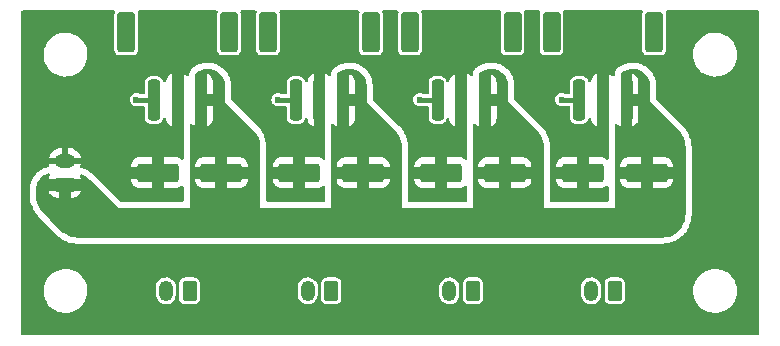
<source format=gbr>
%TF.GenerationSoftware,KiCad,Pcbnew,(5.99.0-12650-g5c402a64ab)*%
%TF.CreationDate,2021-10-10T21:45:12+02:00*%
%TF.ProjectId,mini_light_control,6d696e69-5f6c-4696-9768-745f636f6e74,v1.0*%
%TF.SameCoordinates,Original*%
%TF.FileFunction,Copper,L1,Top*%
%TF.FilePolarity,Positive*%
%FSLAX46Y46*%
G04 Gerber Fmt 4.6, Leading zero omitted, Abs format (unit mm)*
G04 Created by KiCad (PCBNEW (5.99.0-12650-g5c402a64ab)) date 2021-10-10 21:45:12*
%MOMM*%
%LPD*%
G01*
G04 APERTURE LIST*
G04 Aperture macros list*
%AMRoundRect*
0 Rectangle with rounded corners*
0 $1 Rounding radius*
0 $2 $3 $4 $5 $6 $7 $8 $9 X,Y pos of 4 corners*
0 Add a 4 corners polygon primitive as box body*
4,1,4,$2,$3,$4,$5,$6,$7,$8,$9,$2,$3,0*
0 Add four circle primitives for the rounded corners*
1,1,$1+$1,$2,$3*
1,1,$1+$1,$4,$5*
1,1,$1+$1,$6,$7*
1,1,$1+$1,$8,$9*
0 Add four rect primitives between the rounded corners*
20,1,$1+$1,$2,$3,$4,$5,0*
20,1,$1+$1,$4,$5,$6,$7,0*
20,1,$1+$1,$6,$7,$8,$9,0*
20,1,$1+$1,$8,$9,$2,$3,0*%
G04 Aperture macros list end*
%TA.AperFunction,SMDPad,CuDef*%
%ADD10RoundRect,0.250000X1.500000X0.550000X-1.500000X0.550000X-1.500000X-0.550000X1.500000X-0.550000X0*%
%TD*%
%TA.AperFunction,ComponentPad*%
%ADD11RoundRect,0.250000X0.350000X0.625000X-0.350000X0.625000X-0.350000X-0.625000X0.350000X-0.625000X0*%
%TD*%
%TA.AperFunction,ComponentPad*%
%ADD12O,1.200000X1.750000*%
%TD*%
%TA.AperFunction,SMDPad,CuDef*%
%ADD13RoundRect,0.250000X0.250000X1.500000X-0.250000X1.500000X-0.250000X-1.500000X0.250000X-1.500000X0*%
%TD*%
%TA.AperFunction,SMDPad,CuDef*%
%ADD14RoundRect,0.250001X0.499999X1.449999X-0.499999X1.449999X-0.499999X-1.449999X0.499999X-1.449999X0*%
%TD*%
%TA.AperFunction,ComponentPad*%
%ADD15RoundRect,0.250000X0.625000X-0.350000X0.625000X0.350000X-0.625000X0.350000X-0.625000X-0.350000X0*%
%TD*%
%TA.AperFunction,ComponentPad*%
%ADD16O,1.750000X1.200000*%
%TD*%
%TA.AperFunction,ViaPad*%
%ADD17C,0.600000*%
%TD*%
%TA.AperFunction,Conductor*%
%ADD18C,0.450000*%
%TD*%
G04 APERTURE END LIST*
D10*
%TO.P,C12,1*%
%TO.N,+12V*%
X141700000Y-49000000D03*
%TO.P,C12,2*%
%TO.N,GND*%
X136300000Y-49000000D03*
%TD*%
%TO.P,C13,1*%
%TO.N,+12V*%
X153700000Y-49000000D03*
%TO.P,C13,2*%
%TO.N,GND*%
X148300000Y-49000000D03*
%TD*%
D11*
%TO.P,J7,1,Pin_1*%
%TO.N,Net-(C10-Pad1)*%
X151000000Y-59000000D03*
D12*
%TO.P,J7,2,Pin_2*%
%TO.N,Net-(J7-Pad2)*%
X149000000Y-59000000D03*
%TD*%
D11*
%TO.P,J3,1,Pin_1*%
%TO.N,Net-(C3-Pad1)*%
X127000000Y-59000000D03*
D12*
%TO.P,J3,2,Pin_2*%
%TO.N,Net-(J3-Pad2)*%
X125000000Y-59000000D03*
%TD*%
D10*
%TO.P,C7,1*%
%TO.N,+12V*%
X129700000Y-49000000D03*
%TO.P,C7,2*%
%TO.N,GND*%
X124300000Y-49000000D03*
%TD*%
D13*
%TO.P,J4,1,Pin_1*%
%TO.N,+12V*%
X116000000Y-42850000D03*
%TO.P,J4,2,Pin_2*%
%TO.N,GND*%
X114000000Y-42850000D03*
%TO.P,J4,3,Pin_3*%
%TO.N,Net-(J4-Pad3)*%
X112000000Y-42850000D03*
D14*
%TO.P,J4,MP*%
%TO.N,N/C*%
X109650000Y-37100000D03*
X118350000Y-37100000D03*
%TD*%
D11*
%TO.P,J6,1,Pin_1*%
%TO.N,Net-(C9-Pad1)*%
X139000000Y-59000000D03*
D12*
%TO.P,J6,2,Pin_2*%
%TO.N,Net-(J6-Pad2)*%
X137000000Y-59000000D03*
%TD*%
D11*
%TO.P,J2,1,Pin_1*%
%TO.N,Net-(C2-Pad1)*%
X115000000Y-59000000D03*
D12*
%TO.P,J2,2,Pin_2*%
%TO.N,Net-(J2-Pad2)*%
X113000000Y-59000000D03*
%TD*%
D10*
%TO.P,C6,1*%
%TO.N,+12V*%
X117700000Y-49000000D03*
%TO.P,C6,2*%
%TO.N,GND*%
X112300000Y-49000000D03*
%TD*%
D13*
%TO.P,J8,1,Pin_1*%
%TO.N,+12V*%
X140000000Y-42850000D03*
%TO.P,J8,2,Pin_2*%
%TO.N,GND*%
X138000000Y-42850000D03*
%TO.P,J8,3,Pin_3*%
%TO.N,Net-(J8-Pad3)*%
X136000000Y-42850000D03*
D14*
%TO.P,J8,MP*%
%TO.N,N/C*%
X133650000Y-37100000D03*
X142350000Y-37100000D03*
%TD*%
D15*
%TO.P,J1,1,Pin_1*%
%TO.N,+12V*%
X104450000Y-50000000D03*
D16*
%TO.P,J1,2,Pin_2*%
%TO.N,GND*%
X104450000Y-48000000D03*
%TD*%
D13*
%TO.P,J9,1,Pin_1*%
%TO.N,+12V*%
X152000000Y-42850000D03*
%TO.P,J9,2,Pin_2*%
%TO.N,GND*%
X150000000Y-42850000D03*
%TO.P,J9,3,Pin_3*%
%TO.N,Net-(J9-Pad3)*%
X148000000Y-42850000D03*
D14*
%TO.P,J9,MP*%
%TO.N,N/C*%
X154350000Y-37100000D03*
X145650000Y-37100000D03*
%TD*%
D13*
%TO.P,J5,1,Pin_1*%
%TO.N,+12V*%
X128000000Y-42850000D03*
%TO.P,J5,2,Pin_2*%
%TO.N,GND*%
X126000000Y-42850000D03*
%TO.P,J5,3,Pin_3*%
%TO.N,Net-(J5-Pad3)*%
X124000000Y-42850000D03*
D14*
%TO.P,J5,MP*%
%TO.N,N/C*%
X130350000Y-37100000D03*
X121650000Y-37100000D03*
%TD*%
D17*
%TO.N,GND*%
X144475000Y-58875000D03*
X126475000Y-38875000D03*
X116475000Y-56875000D03*
X126475000Y-36875000D03*
X116475000Y-38875000D03*
X138200000Y-50900000D03*
X122100000Y-44000000D03*
X158475000Y-42875000D03*
X114100000Y-50900000D03*
X154475000Y-56875000D03*
X126000000Y-47200000D03*
X108475000Y-60875000D03*
X106475000Y-44875000D03*
X124400000Y-45600000D03*
X106475000Y-36875000D03*
X136475000Y-36875000D03*
X160475000Y-52875000D03*
X110475000Y-58875000D03*
X116475000Y-36875000D03*
X106475000Y-60875000D03*
X138475000Y-38875000D03*
X102475000Y-46875000D03*
X162475000Y-58875000D03*
X154475000Y-60875000D03*
X122475000Y-50875000D03*
X158475000Y-48875000D03*
X106475000Y-56875000D03*
X150200000Y-50900000D03*
X102475000Y-44875000D03*
X156475000Y-40875000D03*
X150000000Y-47200000D03*
X162475000Y-38875000D03*
X122900000Y-46900000D03*
X134475000Y-56875000D03*
X120475000Y-56875000D03*
X110475000Y-46875000D03*
X114475000Y-36875000D03*
X128475000Y-36875000D03*
X146900000Y-47000000D03*
X150000000Y-45500000D03*
X152475000Y-58875000D03*
X112475000Y-56875000D03*
X112475000Y-36875000D03*
X128475000Y-58875000D03*
X146475000Y-40875000D03*
X158475000Y-52875000D03*
X144475000Y-40875000D03*
X156475000Y-56875000D03*
X162475000Y-56875000D03*
X160475000Y-54875000D03*
X134475000Y-46875000D03*
X134475000Y-44875000D03*
X142475000Y-56875000D03*
X154475000Y-58875000D03*
X112475000Y-38875000D03*
X160475000Y-50875000D03*
X162475000Y-52875000D03*
X160475000Y-46875000D03*
X136475000Y-56875000D03*
X118475000Y-56875000D03*
X102475000Y-40875000D03*
X158475000Y-46875000D03*
X134475000Y-50875000D03*
X156475000Y-36875000D03*
X148475000Y-36875000D03*
X158475000Y-36875000D03*
X114475000Y-38875000D03*
X152475000Y-38875000D03*
X126000000Y-45600000D03*
X102475000Y-56875000D03*
X162475000Y-36875000D03*
X119700000Y-41600000D03*
X122100000Y-41600000D03*
X118475000Y-58875000D03*
X150475000Y-36875000D03*
X106475000Y-40875000D03*
X160475000Y-48875000D03*
X158475000Y-54875000D03*
X148475000Y-60875000D03*
X138475000Y-36875000D03*
X102475000Y-42875000D03*
X106475000Y-42875000D03*
X156475000Y-42875000D03*
X132475000Y-42875000D03*
X158475000Y-50875000D03*
X140475000Y-58875000D03*
X124475000Y-36875000D03*
X122475000Y-58875000D03*
X124475000Y-56875000D03*
X144475000Y-56875000D03*
X156475000Y-38875000D03*
X110600000Y-41700000D03*
X102475000Y-36875000D03*
X136475000Y-38875000D03*
X122475000Y-56875000D03*
X128475000Y-38875000D03*
X140475000Y-56875000D03*
X160475000Y-42875000D03*
X132475000Y-58875000D03*
X136475000Y-50875000D03*
X142475000Y-58875000D03*
X124475000Y-50875000D03*
X102475000Y-60875000D03*
X162475000Y-60875000D03*
X156475000Y-58875000D03*
X134475000Y-58875000D03*
X162475000Y-40875000D03*
X130475000Y-58875000D03*
X152475000Y-60875000D03*
X146475000Y-50875000D03*
X134400000Y-41600000D03*
X106475000Y-46875000D03*
X104475000Y-42875000D03*
X158475000Y-56875000D03*
X146475000Y-56875000D03*
X152475000Y-36875000D03*
X162475000Y-42875000D03*
X104500000Y-44900000D03*
X130475000Y-56875000D03*
X140475000Y-38875000D03*
X148475000Y-38875000D03*
X150475000Y-60875000D03*
X148475000Y-50875000D03*
X146200000Y-44000000D03*
X112475000Y-50875000D03*
X148400000Y-45500000D03*
X109500000Y-49000000D03*
X162475000Y-50875000D03*
X116475000Y-58875000D03*
X140475000Y-36875000D03*
X124475000Y-38875000D03*
X162475000Y-46875000D03*
X110475000Y-44875000D03*
X162475000Y-48875000D03*
X148475000Y-56875000D03*
X150475000Y-38875000D03*
X152475000Y-56875000D03*
X126200000Y-50900000D03*
X160475000Y-36875000D03*
X132475000Y-56875000D03*
X120475000Y-58875000D03*
X162475000Y-54875000D03*
X160475000Y-44875000D03*
X156475000Y-60875000D03*
X158475000Y-44875000D03*
X128475000Y-56875000D03*
X160475000Y-56875000D03*
X162475000Y-44875000D03*
X132500000Y-41700000D03*
%TO.N,+12V*%
X111400000Y-52900000D03*
%TO.N,Net-(J4-Pad3)*%
X110500000Y-42800000D03*
%TO.N,Net-(J5-Pad3)*%
X122500000Y-42800000D03*
%TO.N,Net-(J8-Pad3)*%
X134500000Y-42800000D03*
%TO.N,Net-(J9-Pad3)*%
X146500000Y-42800000D03*
%TD*%
D18*
%TO.N,Net-(J4-Pad3)*%
X110550000Y-42850000D02*
X110500000Y-42800000D01*
X112000000Y-42850000D02*
X110550000Y-42850000D01*
%TO.N,Net-(J5-Pad3)*%
X122550000Y-42850000D02*
X122500000Y-42800000D01*
X124000000Y-42850000D02*
X122550000Y-42850000D01*
%TO.N,Net-(J8-Pad3)*%
X136000000Y-42850000D02*
X134550000Y-42850000D01*
X134550000Y-42850000D02*
X134500000Y-42800000D01*
%TO.N,Net-(J9-Pad3)*%
X146550000Y-42850000D02*
X146500000Y-42800000D01*
X148000000Y-42850000D02*
X146550000Y-42850000D01*
%TD*%
%TA.AperFunction,Conductor*%
%TO.N,GND*%
G36*
X108645948Y-35274002D02*
G01*
X108692441Y-35327658D01*
X108702545Y-35397932D01*
X108695809Y-35424229D01*
X108652202Y-35540553D01*
X108645500Y-35602245D01*
X108645501Y-38597754D01*
X108652202Y-38659447D01*
X108702929Y-38794764D01*
X108708309Y-38801943D01*
X108708311Y-38801946D01*
X108774287Y-38889977D01*
X108789596Y-38910404D01*
X108796776Y-38915785D01*
X108898054Y-38991689D01*
X108898057Y-38991691D01*
X108905236Y-38997071D01*
X108913639Y-39000221D01*
X109033158Y-39045026D01*
X109033159Y-39045026D01*
X109040553Y-39047798D01*
X109048403Y-39048651D01*
X109048404Y-39048651D01*
X109098839Y-39054130D01*
X109102245Y-39054500D01*
X109649919Y-39054500D01*
X110197754Y-39054499D01*
X110201148Y-39054130D01*
X110201154Y-39054130D01*
X110251589Y-39048652D01*
X110251593Y-39048651D01*
X110259447Y-39047798D01*
X110394764Y-38997071D01*
X110401943Y-38991691D01*
X110401946Y-38991689D01*
X110503224Y-38915785D01*
X110510404Y-38910404D01*
X110525713Y-38889977D01*
X110591689Y-38801946D01*
X110591691Y-38801943D01*
X110597071Y-38794764D01*
X110647798Y-38659447D01*
X110654500Y-38597755D01*
X110654499Y-35602246D01*
X110647798Y-35540553D01*
X110604191Y-35424229D01*
X110599008Y-35353421D01*
X110632930Y-35291053D01*
X110695185Y-35256924D01*
X110722173Y-35254000D01*
X117277827Y-35254000D01*
X117345948Y-35274002D01*
X117392441Y-35327658D01*
X117402545Y-35397932D01*
X117395809Y-35424229D01*
X117352202Y-35540553D01*
X117345500Y-35602245D01*
X117345501Y-38597754D01*
X117352202Y-38659447D01*
X117402929Y-38794764D01*
X117408309Y-38801943D01*
X117408311Y-38801946D01*
X117474287Y-38889977D01*
X117489596Y-38910404D01*
X117496776Y-38915785D01*
X117598054Y-38991689D01*
X117598057Y-38991691D01*
X117605236Y-38997071D01*
X117613639Y-39000221D01*
X117733158Y-39045026D01*
X117733159Y-39045026D01*
X117740553Y-39047798D01*
X117748403Y-39048651D01*
X117748404Y-39048651D01*
X117798839Y-39054130D01*
X117802245Y-39054500D01*
X118349919Y-39054500D01*
X118897754Y-39054499D01*
X118901148Y-39054130D01*
X118901154Y-39054130D01*
X118951589Y-39048652D01*
X118951593Y-39048651D01*
X118959447Y-39047798D01*
X119094764Y-38997071D01*
X119101943Y-38991691D01*
X119101946Y-38991689D01*
X119203224Y-38915785D01*
X119210404Y-38910404D01*
X119225713Y-38889977D01*
X119291689Y-38801946D01*
X119291691Y-38801943D01*
X119297071Y-38794764D01*
X119347798Y-38659447D01*
X119354500Y-38597755D01*
X119354499Y-35602246D01*
X119347798Y-35540553D01*
X119304191Y-35424229D01*
X119299008Y-35353421D01*
X119332930Y-35291053D01*
X119395185Y-35256924D01*
X119422173Y-35254000D01*
X120577827Y-35254000D01*
X120645948Y-35274002D01*
X120692441Y-35327658D01*
X120702545Y-35397932D01*
X120695809Y-35424229D01*
X120652202Y-35540553D01*
X120645500Y-35602245D01*
X120645501Y-38597754D01*
X120652202Y-38659447D01*
X120702929Y-38794764D01*
X120708309Y-38801943D01*
X120708311Y-38801946D01*
X120774287Y-38889977D01*
X120789596Y-38910404D01*
X120796776Y-38915785D01*
X120898054Y-38991689D01*
X120898057Y-38991691D01*
X120905236Y-38997071D01*
X120913639Y-39000221D01*
X121033158Y-39045026D01*
X121033159Y-39045026D01*
X121040553Y-39047798D01*
X121048403Y-39048651D01*
X121048404Y-39048651D01*
X121098839Y-39054130D01*
X121102245Y-39054500D01*
X121649919Y-39054500D01*
X122197754Y-39054499D01*
X122201148Y-39054130D01*
X122201154Y-39054130D01*
X122251589Y-39048652D01*
X122251593Y-39048651D01*
X122259447Y-39047798D01*
X122394764Y-38997071D01*
X122401943Y-38991691D01*
X122401946Y-38991689D01*
X122503224Y-38915785D01*
X122510404Y-38910404D01*
X122525713Y-38889977D01*
X122591689Y-38801946D01*
X122591691Y-38801943D01*
X122597071Y-38794764D01*
X122647798Y-38659447D01*
X122654500Y-38597755D01*
X122654499Y-35602246D01*
X122647798Y-35540553D01*
X122604191Y-35424229D01*
X122599008Y-35353421D01*
X122632930Y-35291053D01*
X122695185Y-35256924D01*
X122722173Y-35254000D01*
X129277827Y-35254000D01*
X129345948Y-35274002D01*
X129392441Y-35327658D01*
X129402545Y-35397932D01*
X129395809Y-35424229D01*
X129352202Y-35540553D01*
X129345500Y-35602245D01*
X129345501Y-38597754D01*
X129352202Y-38659447D01*
X129402929Y-38794764D01*
X129408309Y-38801943D01*
X129408311Y-38801946D01*
X129474287Y-38889977D01*
X129489596Y-38910404D01*
X129496776Y-38915785D01*
X129598054Y-38991689D01*
X129598057Y-38991691D01*
X129605236Y-38997071D01*
X129613639Y-39000221D01*
X129733158Y-39045026D01*
X129733159Y-39045026D01*
X129740553Y-39047798D01*
X129748403Y-39048651D01*
X129748404Y-39048651D01*
X129798839Y-39054130D01*
X129802245Y-39054500D01*
X130349919Y-39054500D01*
X130897754Y-39054499D01*
X130901148Y-39054130D01*
X130901154Y-39054130D01*
X130951589Y-39048652D01*
X130951593Y-39048651D01*
X130959447Y-39047798D01*
X131094764Y-38997071D01*
X131101943Y-38991691D01*
X131101946Y-38991689D01*
X131203224Y-38915785D01*
X131210404Y-38910404D01*
X131225713Y-38889977D01*
X131291689Y-38801946D01*
X131291691Y-38801943D01*
X131297071Y-38794764D01*
X131347798Y-38659447D01*
X131354500Y-38597755D01*
X131354499Y-35602246D01*
X131347798Y-35540553D01*
X131304191Y-35424229D01*
X131299008Y-35353421D01*
X131332930Y-35291053D01*
X131395185Y-35256924D01*
X131422173Y-35254000D01*
X132577827Y-35254000D01*
X132645948Y-35274002D01*
X132692441Y-35327658D01*
X132702545Y-35397932D01*
X132695809Y-35424229D01*
X132652202Y-35540553D01*
X132645500Y-35602245D01*
X132645501Y-38597754D01*
X132652202Y-38659447D01*
X132702929Y-38794764D01*
X132708309Y-38801943D01*
X132708311Y-38801946D01*
X132774287Y-38889977D01*
X132789596Y-38910404D01*
X132796776Y-38915785D01*
X132898054Y-38991689D01*
X132898057Y-38991691D01*
X132905236Y-38997071D01*
X132913639Y-39000221D01*
X133033158Y-39045026D01*
X133033159Y-39045026D01*
X133040553Y-39047798D01*
X133048403Y-39048651D01*
X133048404Y-39048651D01*
X133098839Y-39054130D01*
X133102245Y-39054500D01*
X133649919Y-39054500D01*
X134197754Y-39054499D01*
X134201148Y-39054130D01*
X134201154Y-39054130D01*
X134251589Y-39048652D01*
X134251593Y-39048651D01*
X134259447Y-39047798D01*
X134394764Y-38997071D01*
X134401943Y-38991691D01*
X134401946Y-38991689D01*
X134503224Y-38915785D01*
X134510404Y-38910404D01*
X134525713Y-38889977D01*
X134591689Y-38801946D01*
X134591691Y-38801943D01*
X134597071Y-38794764D01*
X134647798Y-38659447D01*
X134654500Y-38597755D01*
X134654499Y-35602246D01*
X134647798Y-35540553D01*
X134604191Y-35424229D01*
X134599008Y-35353421D01*
X134632930Y-35291053D01*
X134695185Y-35256924D01*
X134722173Y-35254000D01*
X141277827Y-35254000D01*
X141345948Y-35274002D01*
X141392441Y-35327658D01*
X141402545Y-35397932D01*
X141395809Y-35424229D01*
X141352202Y-35540553D01*
X141345500Y-35602245D01*
X141345501Y-38597754D01*
X141352202Y-38659447D01*
X141402929Y-38794764D01*
X141408309Y-38801943D01*
X141408311Y-38801946D01*
X141474287Y-38889977D01*
X141489596Y-38910404D01*
X141496776Y-38915785D01*
X141598054Y-38991689D01*
X141598057Y-38991691D01*
X141605236Y-38997071D01*
X141613639Y-39000221D01*
X141733158Y-39045026D01*
X141733159Y-39045026D01*
X141740553Y-39047798D01*
X141748403Y-39048651D01*
X141748404Y-39048651D01*
X141798839Y-39054130D01*
X141802245Y-39054500D01*
X142349919Y-39054500D01*
X142897754Y-39054499D01*
X142901148Y-39054130D01*
X142901154Y-39054130D01*
X142951589Y-39048652D01*
X142951593Y-39048651D01*
X142959447Y-39047798D01*
X143094764Y-38997071D01*
X143101943Y-38991691D01*
X143101946Y-38991689D01*
X143203224Y-38915785D01*
X143210404Y-38910404D01*
X143225713Y-38889977D01*
X143291689Y-38801946D01*
X143291691Y-38801943D01*
X143297071Y-38794764D01*
X143347798Y-38659447D01*
X143354500Y-38597755D01*
X143354499Y-35602246D01*
X143347798Y-35540553D01*
X143304191Y-35424229D01*
X143299008Y-35353421D01*
X143332930Y-35291053D01*
X143395185Y-35256924D01*
X143422173Y-35254000D01*
X144577827Y-35254000D01*
X144645948Y-35274002D01*
X144692441Y-35327658D01*
X144702545Y-35397932D01*
X144695809Y-35424229D01*
X144652202Y-35540553D01*
X144645500Y-35602245D01*
X144645501Y-38597754D01*
X144652202Y-38659447D01*
X144702929Y-38794764D01*
X144708309Y-38801943D01*
X144708311Y-38801946D01*
X144774287Y-38889977D01*
X144789596Y-38910404D01*
X144796776Y-38915785D01*
X144898054Y-38991689D01*
X144898057Y-38991691D01*
X144905236Y-38997071D01*
X144913639Y-39000221D01*
X145033158Y-39045026D01*
X145033159Y-39045026D01*
X145040553Y-39047798D01*
X145048403Y-39048651D01*
X145048404Y-39048651D01*
X145098839Y-39054130D01*
X145102245Y-39054500D01*
X145649919Y-39054500D01*
X146197754Y-39054499D01*
X146201148Y-39054130D01*
X146201154Y-39054130D01*
X146251589Y-39048652D01*
X146251593Y-39048651D01*
X146259447Y-39047798D01*
X146394764Y-38997071D01*
X146401943Y-38991691D01*
X146401946Y-38991689D01*
X146503224Y-38915785D01*
X146510404Y-38910404D01*
X146525713Y-38889977D01*
X146591689Y-38801946D01*
X146591691Y-38801943D01*
X146597071Y-38794764D01*
X146647798Y-38659447D01*
X146654500Y-38597755D01*
X146654499Y-35602246D01*
X146647798Y-35540553D01*
X146604191Y-35424229D01*
X146599008Y-35353421D01*
X146632930Y-35291053D01*
X146695185Y-35256924D01*
X146722173Y-35254000D01*
X153277827Y-35254000D01*
X153345948Y-35274002D01*
X153392441Y-35327658D01*
X153402545Y-35397932D01*
X153395809Y-35424229D01*
X153352202Y-35540553D01*
X153345500Y-35602245D01*
X153345501Y-38597754D01*
X153352202Y-38659447D01*
X153402929Y-38794764D01*
X153408309Y-38801943D01*
X153408311Y-38801946D01*
X153474287Y-38889977D01*
X153489596Y-38910404D01*
X153496776Y-38915785D01*
X153598054Y-38991689D01*
X153598057Y-38991691D01*
X153605236Y-38997071D01*
X153613639Y-39000221D01*
X153733158Y-39045026D01*
X153733159Y-39045026D01*
X153740553Y-39047798D01*
X153748403Y-39048651D01*
X153748404Y-39048651D01*
X153798839Y-39054130D01*
X153802245Y-39054500D01*
X154349919Y-39054500D01*
X154897754Y-39054499D01*
X154901148Y-39054130D01*
X154901154Y-39054130D01*
X154951589Y-39048652D01*
X154951593Y-39048651D01*
X154959447Y-39047798D01*
X155094764Y-38997071D01*
X155101943Y-38991691D01*
X155101946Y-38991689D01*
X155168779Y-38941600D01*
X157641680Y-38941600D01*
X157641855Y-38946052D01*
X157646102Y-39054131D01*
X157651991Y-39204022D01*
X157699174Y-39462373D01*
X157700583Y-39466596D01*
X157776436Y-39693954D01*
X157782289Y-39711499D01*
X157823768Y-39794511D01*
X157893927Y-39934921D01*
X157899677Y-39946429D01*
X158048995Y-40162474D01*
X158052011Y-40165736D01*
X158052016Y-40165743D01*
X158224249Y-40352063D01*
X158224254Y-40352067D01*
X158227265Y-40355325D01*
X158430929Y-40521134D01*
X158434747Y-40523433D01*
X158434749Y-40523434D01*
X158648998Y-40652422D01*
X158655924Y-40656592D01*
X158669130Y-40662184D01*
X158893663Y-40757262D01*
X158893666Y-40757263D01*
X158897761Y-40758997D01*
X158902053Y-40760135D01*
X158902056Y-40760136D01*
X159147317Y-40825166D01*
X159147321Y-40825167D01*
X159151614Y-40826305D01*
X159156023Y-40826827D01*
X159156029Y-40826828D01*
X159316910Y-40845869D01*
X159412418Y-40857173D01*
X159674970Y-40850986D01*
X159755543Y-40837575D01*
X159929640Y-40808597D01*
X159929644Y-40808596D01*
X159934030Y-40807866D01*
X159938271Y-40806525D01*
X159938274Y-40806524D01*
X160180185Y-40730018D01*
X160180187Y-40730017D01*
X160184431Y-40728675D01*
X160188442Y-40726749D01*
X160188447Y-40726747D01*
X160417156Y-40616922D01*
X160417157Y-40616921D01*
X160421175Y-40614992D01*
X160530984Y-40541620D01*
X160635831Y-40471563D01*
X160635835Y-40471560D01*
X160639539Y-40469085D01*
X160642856Y-40466114D01*
X160642860Y-40466111D01*
X160831849Y-40296839D01*
X160831850Y-40296838D01*
X160835167Y-40293867D01*
X161004154Y-40092832D01*
X161143130Y-39869992D01*
X161168890Y-39811725D01*
X161247522Y-39633861D01*
X161249320Y-39629794D01*
X161320607Y-39377030D01*
X161343845Y-39204022D01*
X161355141Y-39119924D01*
X161355142Y-39119916D01*
X161355568Y-39116742D01*
X161359237Y-39000000D01*
X161340689Y-38738031D01*
X161327339Y-38676020D01*
X161286350Y-38485636D01*
X161286350Y-38485634D01*
X161285414Y-38481289D01*
X161194515Y-38234897D01*
X161069806Y-38003771D01*
X160913775Y-37792522D01*
X160867622Y-37745638D01*
X160732666Y-37608547D01*
X160729535Y-37605366D01*
X160520764Y-37446036D01*
X160291625Y-37317712D01*
X160287466Y-37316103D01*
X160050846Y-37224561D01*
X160050840Y-37224559D01*
X160046691Y-37222954D01*
X160042359Y-37221950D01*
X160042356Y-37221949D01*
X159937747Y-37197702D01*
X159790849Y-37163653D01*
X159529204Y-37140992D01*
X159524769Y-37141236D01*
X159524765Y-37141236D01*
X159271419Y-37155179D01*
X159271412Y-37155180D01*
X159266976Y-37155424D01*
X159009397Y-37206659D01*
X158761608Y-37293677D01*
X158757657Y-37295730D01*
X158757651Y-37295732D01*
X158532501Y-37412688D01*
X158528551Y-37414740D01*
X158524936Y-37417323D01*
X158524930Y-37417327D01*
X158480975Y-37448738D01*
X158314878Y-37567433D01*
X158124851Y-37748710D01*
X158122095Y-37752206D01*
X158122094Y-37752207D01*
X157965017Y-37951458D01*
X157962261Y-37954954D01*
X157902898Y-38057156D01*
X157832588Y-38178202D01*
X157832585Y-38178208D01*
X157830354Y-38182049D01*
X157828684Y-38186172D01*
X157807257Y-38239074D01*
X157731761Y-38425464D01*
X157730690Y-38429777D01*
X157730688Y-38429782D01*
X157717894Y-38481289D01*
X157668448Y-38680343D01*
X157641680Y-38941600D01*
X155168779Y-38941600D01*
X155203224Y-38915785D01*
X155210404Y-38910404D01*
X155225713Y-38889977D01*
X155291689Y-38801946D01*
X155291691Y-38801943D01*
X155297071Y-38794764D01*
X155347798Y-38659447D01*
X155354500Y-38597755D01*
X155354499Y-35602246D01*
X155347798Y-35540553D01*
X155304191Y-35424229D01*
X155299008Y-35353421D01*
X155332930Y-35291053D01*
X155395185Y-35256924D01*
X155422173Y-35254000D01*
X163120000Y-35254000D01*
X163188121Y-35274002D01*
X163234614Y-35327658D01*
X163246000Y-35380000D01*
X163246000Y-62620000D01*
X163225998Y-62688121D01*
X163172342Y-62734614D01*
X163120000Y-62746000D01*
X100880000Y-62746000D01*
X100811879Y-62725998D01*
X100765386Y-62672342D01*
X100754000Y-62620000D01*
X100754000Y-58941600D01*
X102641680Y-58941600D01*
X102651991Y-59204022D01*
X102699174Y-59462373D01*
X102700583Y-59466596D01*
X102754787Y-59629064D01*
X102782289Y-59711499D01*
X102789833Y-59726597D01*
X102893170Y-59933406D01*
X102899677Y-59946429D01*
X103048995Y-60162474D01*
X103052011Y-60165736D01*
X103052016Y-60165743D01*
X103224249Y-60352063D01*
X103224254Y-60352067D01*
X103227265Y-60355325D01*
X103430929Y-60521134D01*
X103434747Y-60523433D01*
X103434749Y-60523434D01*
X103586827Y-60614992D01*
X103655924Y-60656592D01*
X103768947Y-60704451D01*
X103893663Y-60757262D01*
X103893666Y-60757263D01*
X103897761Y-60758997D01*
X103902053Y-60760135D01*
X103902056Y-60760136D01*
X104147317Y-60825166D01*
X104147321Y-60825167D01*
X104151614Y-60826305D01*
X104156023Y-60826827D01*
X104156029Y-60826828D01*
X104326509Y-60847005D01*
X104412418Y-60857173D01*
X104674970Y-60850986D01*
X104755543Y-60837575D01*
X104929640Y-60808597D01*
X104929644Y-60808596D01*
X104934030Y-60807866D01*
X104938271Y-60806525D01*
X104938274Y-60806524D01*
X105180185Y-60730018D01*
X105180187Y-60730017D01*
X105184431Y-60728675D01*
X105188442Y-60726749D01*
X105188447Y-60726747D01*
X105417156Y-60616922D01*
X105417157Y-60616921D01*
X105421175Y-60614992D01*
X105530984Y-60541620D01*
X105635831Y-60471563D01*
X105635835Y-60471560D01*
X105639539Y-60469085D01*
X105642856Y-60466114D01*
X105642860Y-60466111D01*
X105831849Y-60296839D01*
X105831850Y-60296838D01*
X105835167Y-60293867D01*
X106004154Y-60092832D01*
X106143130Y-59869992D01*
X106146518Y-59862330D01*
X106247522Y-59633861D01*
X106249320Y-59629794D01*
X106320607Y-59377030D01*
X106328081Y-59321385D01*
X112145500Y-59321385D01*
X112160512Y-59459573D01*
X112162876Y-59466596D01*
X112216357Y-59625511D01*
X112219730Y-59635535D01*
X112315351Y-59794677D01*
X112320039Y-59799634D01*
X112320041Y-59799637D01*
X112438227Y-59924614D01*
X112442916Y-59929572D01*
X112596471Y-60033928D01*
X112602805Y-60036461D01*
X112602808Y-60036463D01*
X112762516Y-60100342D01*
X112762521Y-60100343D01*
X112768853Y-60102876D01*
X112775580Y-60103990D01*
X112775585Y-60103991D01*
X112945282Y-60132084D01*
X112945285Y-60132084D01*
X112952019Y-60133199D01*
X112958836Y-60132842D01*
X112958840Y-60132842D01*
X113109920Y-60124923D01*
X113137424Y-60123482D01*
X113143996Y-60121672D01*
X113144001Y-60121671D01*
X113309835Y-60075992D01*
X113316417Y-60074179D01*
X113480648Y-59987590D01*
X113622454Y-59867755D01*
X113626602Y-59862330D01*
X113731075Y-59725685D01*
X113731077Y-59725681D01*
X113735219Y-59720264D01*
X113739306Y-59711499D01*
X113757372Y-59672756D01*
X114145500Y-59672756D01*
X114145869Y-59676152D01*
X114145869Y-59676153D01*
X114149990Y-59714082D01*
X114152202Y-59734448D01*
X114202929Y-59869764D01*
X114208309Y-59876943D01*
X114208311Y-59876946D01*
X114247752Y-59929572D01*
X114289596Y-59985404D01*
X114296776Y-59990785D01*
X114398054Y-60066689D01*
X114398057Y-60066691D01*
X114405236Y-60072071D01*
X114490384Y-60103991D01*
X114533157Y-60120026D01*
X114533159Y-60120026D01*
X114540552Y-60122798D01*
X114548402Y-60123651D01*
X114548403Y-60123651D01*
X114550134Y-60123839D01*
X114602244Y-60129500D01*
X115397756Y-60129500D01*
X115449866Y-60123839D01*
X115451597Y-60123651D01*
X115451598Y-60123651D01*
X115459448Y-60122798D01*
X115466841Y-60120026D01*
X115466843Y-60120026D01*
X115509616Y-60103991D01*
X115594764Y-60072071D01*
X115601943Y-60066691D01*
X115601946Y-60066689D01*
X115703224Y-59990785D01*
X115710404Y-59985404D01*
X115752248Y-59929572D01*
X115791689Y-59876946D01*
X115791691Y-59876943D01*
X115797071Y-59869764D01*
X115847798Y-59734448D01*
X115850011Y-59714082D01*
X115854131Y-59676153D01*
X115854131Y-59676152D01*
X115854500Y-59672756D01*
X115854500Y-59321385D01*
X124145500Y-59321385D01*
X124160512Y-59459573D01*
X124162876Y-59466596D01*
X124216357Y-59625511D01*
X124219730Y-59635535D01*
X124315351Y-59794677D01*
X124320039Y-59799634D01*
X124320041Y-59799637D01*
X124438227Y-59924614D01*
X124442916Y-59929572D01*
X124596471Y-60033928D01*
X124602805Y-60036461D01*
X124602808Y-60036463D01*
X124762516Y-60100342D01*
X124762521Y-60100343D01*
X124768853Y-60102876D01*
X124775580Y-60103990D01*
X124775585Y-60103991D01*
X124945282Y-60132084D01*
X124945285Y-60132084D01*
X124952019Y-60133199D01*
X124958836Y-60132842D01*
X124958840Y-60132842D01*
X125109920Y-60124923D01*
X125137424Y-60123482D01*
X125143996Y-60121672D01*
X125144001Y-60121671D01*
X125309835Y-60075992D01*
X125316417Y-60074179D01*
X125480648Y-59987590D01*
X125622454Y-59867755D01*
X125626602Y-59862330D01*
X125731075Y-59725685D01*
X125731077Y-59725681D01*
X125735219Y-59720264D01*
X125739306Y-59711499D01*
X125757372Y-59672756D01*
X126145500Y-59672756D01*
X126145869Y-59676152D01*
X126145869Y-59676153D01*
X126149990Y-59714082D01*
X126152202Y-59734448D01*
X126202929Y-59869764D01*
X126208309Y-59876943D01*
X126208311Y-59876946D01*
X126247752Y-59929572D01*
X126289596Y-59985404D01*
X126296776Y-59990785D01*
X126398054Y-60066689D01*
X126398057Y-60066691D01*
X126405236Y-60072071D01*
X126490384Y-60103991D01*
X126533157Y-60120026D01*
X126533159Y-60120026D01*
X126540552Y-60122798D01*
X126548402Y-60123651D01*
X126548403Y-60123651D01*
X126550134Y-60123839D01*
X126602244Y-60129500D01*
X127397756Y-60129500D01*
X127449866Y-60123839D01*
X127451597Y-60123651D01*
X127451598Y-60123651D01*
X127459448Y-60122798D01*
X127466841Y-60120026D01*
X127466843Y-60120026D01*
X127509616Y-60103991D01*
X127594764Y-60072071D01*
X127601943Y-60066691D01*
X127601946Y-60066689D01*
X127703224Y-59990785D01*
X127710404Y-59985404D01*
X127752248Y-59929572D01*
X127791689Y-59876946D01*
X127791691Y-59876943D01*
X127797071Y-59869764D01*
X127847798Y-59734448D01*
X127850011Y-59714082D01*
X127854131Y-59676153D01*
X127854131Y-59676152D01*
X127854500Y-59672756D01*
X127854500Y-59321385D01*
X136145500Y-59321385D01*
X136160512Y-59459573D01*
X136162876Y-59466596D01*
X136216357Y-59625511D01*
X136219730Y-59635535D01*
X136315351Y-59794677D01*
X136320039Y-59799634D01*
X136320041Y-59799637D01*
X136438227Y-59924614D01*
X136442916Y-59929572D01*
X136596471Y-60033928D01*
X136602805Y-60036461D01*
X136602808Y-60036463D01*
X136762516Y-60100342D01*
X136762521Y-60100343D01*
X136768853Y-60102876D01*
X136775580Y-60103990D01*
X136775585Y-60103991D01*
X136945282Y-60132084D01*
X136945285Y-60132084D01*
X136952019Y-60133199D01*
X136958836Y-60132842D01*
X136958840Y-60132842D01*
X137109920Y-60124923D01*
X137137424Y-60123482D01*
X137143996Y-60121672D01*
X137144001Y-60121671D01*
X137309835Y-60075992D01*
X137316417Y-60074179D01*
X137480648Y-59987590D01*
X137622454Y-59867755D01*
X137626602Y-59862330D01*
X137731075Y-59725685D01*
X137731077Y-59725681D01*
X137735219Y-59720264D01*
X137739306Y-59711499D01*
X137757372Y-59672756D01*
X138145500Y-59672756D01*
X138145869Y-59676152D01*
X138145869Y-59676153D01*
X138149990Y-59714082D01*
X138152202Y-59734448D01*
X138202929Y-59869764D01*
X138208309Y-59876943D01*
X138208311Y-59876946D01*
X138247752Y-59929572D01*
X138289596Y-59985404D01*
X138296776Y-59990785D01*
X138398054Y-60066689D01*
X138398057Y-60066691D01*
X138405236Y-60072071D01*
X138490384Y-60103991D01*
X138533157Y-60120026D01*
X138533159Y-60120026D01*
X138540552Y-60122798D01*
X138548402Y-60123651D01*
X138548403Y-60123651D01*
X138550134Y-60123839D01*
X138602244Y-60129500D01*
X139397756Y-60129500D01*
X139449866Y-60123839D01*
X139451597Y-60123651D01*
X139451598Y-60123651D01*
X139459448Y-60122798D01*
X139466841Y-60120026D01*
X139466843Y-60120026D01*
X139509616Y-60103991D01*
X139594764Y-60072071D01*
X139601943Y-60066691D01*
X139601946Y-60066689D01*
X139703224Y-59990785D01*
X139710404Y-59985404D01*
X139752248Y-59929572D01*
X139791689Y-59876946D01*
X139791691Y-59876943D01*
X139797071Y-59869764D01*
X139847798Y-59734448D01*
X139850011Y-59714082D01*
X139854131Y-59676153D01*
X139854131Y-59676152D01*
X139854500Y-59672756D01*
X139854500Y-59321385D01*
X148145500Y-59321385D01*
X148160512Y-59459573D01*
X148162876Y-59466596D01*
X148216357Y-59625511D01*
X148219730Y-59635535D01*
X148315351Y-59794677D01*
X148320039Y-59799634D01*
X148320041Y-59799637D01*
X148438227Y-59924614D01*
X148442916Y-59929572D01*
X148596471Y-60033928D01*
X148602805Y-60036461D01*
X148602808Y-60036463D01*
X148762516Y-60100342D01*
X148762521Y-60100343D01*
X148768853Y-60102876D01*
X148775580Y-60103990D01*
X148775585Y-60103991D01*
X148945282Y-60132084D01*
X148945285Y-60132084D01*
X148952019Y-60133199D01*
X148958836Y-60132842D01*
X148958840Y-60132842D01*
X149109920Y-60124923D01*
X149137424Y-60123482D01*
X149143996Y-60121672D01*
X149144001Y-60121671D01*
X149309835Y-60075992D01*
X149316417Y-60074179D01*
X149480648Y-59987590D01*
X149622454Y-59867755D01*
X149626602Y-59862330D01*
X149731075Y-59725685D01*
X149731077Y-59725681D01*
X149735219Y-59720264D01*
X149739306Y-59711499D01*
X149757372Y-59672756D01*
X150145500Y-59672756D01*
X150145869Y-59676152D01*
X150145869Y-59676153D01*
X150149990Y-59714082D01*
X150152202Y-59734448D01*
X150202929Y-59869764D01*
X150208309Y-59876943D01*
X150208311Y-59876946D01*
X150247752Y-59929572D01*
X150289596Y-59985404D01*
X150296776Y-59990785D01*
X150398054Y-60066689D01*
X150398057Y-60066691D01*
X150405236Y-60072071D01*
X150490384Y-60103991D01*
X150533157Y-60120026D01*
X150533159Y-60120026D01*
X150540552Y-60122798D01*
X150548402Y-60123651D01*
X150548403Y-60123651D01*
X150550134Y-60123839D01*
X150602244Y-60129500D01*
X151397756Y-60129500D01*
X151449866Y-60123839D01*
X151451597Y-60123651D01*
X151451598Y-60123651D01*
X151459448Y-60122798D01*
X151466841Y-60120026D01*
X151466843Y-60120026D01*
X151509616Y-60103991D01*
X151594764Y-60072071D01*
X151601943Y-60066691D01*
X151601946Y-60066689D01*
X151703224Y-59990785D01*
X151710404Y-59985404D01*
X151752248Y-59929572D01*
X151791689Y-59876946D01*
X151791691Y-59876943D01*
X151797071Y-59869764D01*
X151847798Y-59734448D01*
X151850011Y-59714082D01*
X151854131Y-59676153D01*
X151854131Y-59676152D01*
X151854500Y-59672756D01*
X151854500Y-58941600D01*
X157641680Y-58941600D01*
X157651991Y-59204022D01*
X157699174Y-59462373D01*
X157700583Y-59466596D01*
X157754787Y-59629064D01*
X157782289Y-59711499D01*
X157789833Y-59726597D01*
X157893170Y-59933406D01*
X157899677Y-59946429D01*
X158048995Y-60162474D01*
X158052011Y-60165736D01*
X158052016Y-60165743D01*
X158224249Y-60352063D01*
X158224254Y-60352067D01*
X158227265Y-60355325D01*
X158430929Y-60521134D01*
X158434747Y-60523433D01*
X158434749Y-60523434D01*
X158586827Y-60614992D01*
X158655924Y-60656592D01*
X158768947Y-60704451D01*
X158893663Y-60757262D01*
X158893666Y-60757263D01*
X158897761Y-60758997D01*
X158902053Y-60760135D01*
X158902056Y-60760136D01*
X159147317Y-60825166D01*
X159147321Y-60825167D01*
X159151614Y-60826305D01*
X159156023Y-60826827D01*
X159156029Y-60826828D01*
X159326509Y-60847005D01*
X159412418Y-60857173D01*
X159674970Y-60850986D01*
X159755543Y-60837575D01*
X159929640Y-60808597D01*
X159929644Y-60808596D01*
X159934030Y-60807866D01*
X159938271Y-60806525D01*
X159938274Y-60806524D01*
X160180185Y-60730018D01*
X160180187Y-60730017D01*
X160184431Y-60728675D01*
X160188442Y-60726749D01*
X160188447Y-60726747D01*
X160417156Y-60616922D01*
X160417157Y-60616921D01*
X160421175Y-60614992D01*
X160530984Y-60541620D01*
X160635831Y-60471563D01*
X160635835Y-60471560D01*
X160639539Y-60469085D01*
X160642856Y-60466114D01*
X160642860Y-60466111D01*
X160831849Y-60296839D01*
X160831850Y-60296838D01*
X160835167Y-60293867D01*
X161004154Y-60092832D01*
X161143130Y-59869992D01*
X161146518Y-59862330D01*
X161247522Y-59633861D01*
X161249320Y-59629794D01*
X161320607Y-59377030D01*
X161343845Y-59204022D01*
X161355141Y-59119924D01*
X161355142Y-59119916D01*
X161355568Y-59116742D01*
X161359237Y-59000000D01*
X161340689Y-58738031D01*
X161327339Y-58676020D01*
X161286350Y-58485636D01*
X161286350Y-58485634D01*
X161285414Y-58481289D01*
X161194515Y-58234897D01*
X161142578Y-58138640D01*
X161071919Y-58007687D01*
X161069806Y-58003771D01*
X160913775Y-57792522D01*
X160867622Y-57745638D01*
X160732666Y-57608547D01*
X160729535Y-57605366D01*
X160520764Y-57446036D01*
X160291625Y-57317712D01*
X160287466Y-57316103D01*
X160050846Y-57224561D01*
X160050840Y-57224559D01*
X160046691Y-57222954D01*
X160042359Y-57221950D01*
X160042356Y-57221949D01*
X159937747Y-57197702D01*
X159790849Y-57163653D01*
X159529204Y-57140992D01*
X159524769Y-57141236D01*
X159524765Y-57141236D01*
X159271419Y-57155179D01*
X159271412Y-57155180D01*
X159266976Y-57155424D01*
X159009397Y-57206659D01*
X158761608Y-57293677D01*
X158757657Y-57295730D01*
X158757651Y-57295732D01*
X158532501Y-57412688D01*
X158528551Y-57414740D01*
X158524936Y-57417323D01*
X158524930Y-57417327D01*
X158480975Y-57448738D01*
X158314878Y-57567433D01*
X158124851Y-57748710D01*
X158122095Y-57752206D01*
X158122094Y-57752207D01*
X158024228Y-57876349D01*
X157962261Y-57954954D01*
X157930744Y-58009215D01*
X157832588Y-58178202D01*
X157832585Y-58178208D01*
X157830354Y-58182049D01*
X157828684Y-58186172D01*
X157758840Y-58358610D01*
X157731761Y-58425464D01*
X157730690Y-58429777D01*
X157730688Y-58429782D01*
X157717894Y-58481289D01*
X157668448Y-58680343D01*
X157641680Y-58941600D01*
X151854500Y-58941600D01*
X151854500Y-58327244D01*
X151854131Y-58323847D01*
X151848651Y-58273403D01*
X151848651Y-58273402D01*
X151847798Y-58265552D01*
X151797071Y-58130236D01*
X151791691Y-58123057D01*
X151791689Y-58123054D01*
X151715785Y-58021776D01*
X151710404Y-58014596D01*
X151689977Y-57999287D01*
X151601946Y-57933311D01*
X151601943Y-57933309D01*
X151594764Y-57927929D01*
X151505046Y-57894296D01*
X151466843Y-57879974D01*
X151466841Y-57879974D01*
X151459448Y-57877202D01*
X151451598Y-57876349D01*
X151451597Y-57876349D01*
X151401153Y-57870869D01*
X151401152Y-57870869D01*
X151397756Y-57870500D01*
X150602244Y-57870500D01*
X150598848Y-57870869D01*
X150598847Y-57870869D01*
X150548403Y-57876349D01*
X150548402Y-57876349D01*
X150540552Y-57877202D01*
X150533159Y-57879974D01*
X150533157Y-57879974D01*
X150494954Y-57894296D01*
X150405236Y-57927929D01*
X150398057Y-57933309D01*
X150398054Y-57933311D01*
X150310023Y-57999287D01*
X150289596Y-58014596D01*
X150284215Y-58021776D01*
X150208311Y-58123054D01*
X150208309Y-58123057D01*
X150202929Y-58130236D01*
X150152202Y-58265552D01*
X150151349Y-58273402D01*
X150151349Y-58273403D01*
X150145869Y-58323847D01*
X150145500Y-58327244D01*
X150145500Y-59672756D01*
X149757372Y-59672756D01*
X149810802Y-59558177D01*
X149810803Y-59558174D01*
X149813682Y-59552000D01*
X149854182Y-59370812D01*
X149854500Y-59365124D01*
X149854500Y-58678615D01*
X149839488Y-58540427D01*
X149780270Y-58364465D01*
X149684649Y-58205323D01*
X149621590Y-58138640D01*
X149561773Y-58075386D01*
X149561771Y-58075384D01*
X149557084Y-58070428D01*
X149403529Y-57966072D01*
X149397195Y-57963539D01*
X149397192Y-57963537D01*
X149237484Y-57899658D01*
X149237479Y-57899657D01*
X149231147Y-57897124D01*
X149224420Y-57896010D01*
X149224415Y-57896009D01*
X149054718Y-57867916D01*
X149054715Y-57867916D01*
X149047981Y-57866801D01*
X149041164Y-57867158D01*
X149041160Y-57867158D01*
X148890080Y-57875077D01*
X148862576Y-57876518D01*
X148856004Y-57878328D01*
X148855999Y-57878329D01*
X148690165Y-57924008D01*
X148683583Y-57925821D01*
X148519352Y-58012410D01*
X148377546Y-58132245D01*
X148373399Y-58137668D01*
X148373398Y-58137670D01*
X148268925Y-58274315D01*
X148268923Y-58274319D01*
X148264781Y-58279736D01*
X148261899Y-58285916D01*
X148261898Y-58285918D01*
X148196827Y-58425464D01*
X148186318Y-58448000D01*
X148145818Y-58629188D01*
X148145500Y-58634876D01*
X148145500Y-59321385D01*
X139854500Y-59321385D01*
X139854500Y-58327244D01*
X139854131Y-58323847D01*
X139848651Y-58273403D01*
X139848651Y-58273402D01*
X139847798Y-58265552D01*
X139797071Y-58130236D01*
X139791691Y-58123057D01*
X139791689Y-58123054D01*
X139715785Y-58021776D01*
X139710404Y-58014596D01*
X139689977Y-57999287D01*
X139601946Y-57933311D01*
X139601943Y-57933309D01*
X139594764Y-57927929D01*
X139505046Y-57894296D01*
X139466843Y-57879974D01*
X139466841Y-57879974D01*
X139459448Y-57877202D01*
X139451598Y-57876349D01*
X139451597Y-57876349D01*
X139401153Y-57870869D01*
X139401152Y-57870869D01*
X139397756Y-57870500D01*
X138602244Y-57870500D01*
X138598848Y-57870869D01*
X138598847Y-57870869D01*
X138548403Y-57876349D01*
X138548402Y-57876349D01*
X138540552Y-57877202D01*
X138533159Y-57879974D01*
X138533157Y-57879974D01*
X138494954Y-57894296D01*
X138405236Y-57927929D01*
X138398057Y-57933309D01*
X138398054Y-57933311D01*
X138310023Y-57999287D01*
X138289596Y-58014596D01*
X138284215Y-58021776D01*
X138208311Y-58123054D01*
X138208309Y-58123057D01*
X138202929Y-58130236D01*
X138152202Y-58265552D01*
X138151349Y-58273402D01*
X138151349Y-58273403D01*
X138145869Y-58323847D01*
X138145500Y-58327244D01*
X138145500Y-59672756D01*
X137757372Y-59672756D01*
X137810802Y-59558177D01*
X137810803Y-59558174D01*
X137813682Y-59552000D01*
X137854182Y-59370812D01*
X137854500Y-59365124D01*
X137854500Y-58678615D01*
X137839488Y-58540427D01*
X137780270Y-58364465D01*
X137684649Y-58205323D01*
X137621590Y-58138640D01*
X137561773Y-58075386D01*
X137561771Y-58075384D01*
X137557084Y-58070428D01*
X137403529Y-57966072D01*
X137397195Y-57963539D01*
X137397192Y-57963537D01*
X137237484Y-57899658D01*
X137237479Y-57899657D01*
X137231147Y-57897124D01*
X137224420Y-57896010D01*
X137224415Y-57896009D01*
X137054718Y-57867916D01*
X137054715Y-57867916D01*
X137047981Y-57866801D01*
X137041164Y-57867158D01*
X137041160Y-57867158D01*
X136890080Y-57875077D01*
X136862576Y-57876518D01*
X136856004Y-57878328D01*
X136855999Y-57878329D01*
X136690165Y-57924008D01*
X136683583Y-57925821D01*
X136519352Y-58012410D01*
X136377546Y-58132245D01*
X136373399Y-58137668D01*
X136373398Y-58137670D01*
X136268925Y-58274315D01*
X136268923Y-58274319D01*
X136264781Y-58279736D01*
X136261899Y-58285916D01*
X136261898Y-58285918D01*
X136196827Y-58425464D01*
X136186318Y-58448000D01*
X136145818Y-58629188D01*
X136145500Y-58634876D01*
X136145500Y-59321385D01*
X127854500Y-59321385D01*
X127854500Y-58327244D01*
X127854131Y-58323847D01*
X127848651Y-58273403D01*
X127848651Y-58273402D01*
X127847798Y-58265552D01*
X127797071Y-58130236D01*
X127791691Y-58123057D01*
X127791689Y-58123054D01*
X127715785Y-58021776D01*
X127710404Y-58014596D01*
X127689977Y-57999287D01*
X127601946Y-57933311D01*
X127601943Y-57933309D01*
X127594764Y-57927929D01*
X127505046Y-57894296D01*
X127466843Y-57879974D01*
X127466841Y-57879974D01*
X127459448Y-57877202D01*
X127451598Y-57876349D01*
X127451597Y-57876349D01*
X127401153Y-57870869D01*
X127401152Y-57870869D01*
X127397756Y-57870500D01*
X126602244Y-57870500D01*
X126598848Y-57870869D01*
X126598847Y-57870869D01*
X126548403Y-57876349D01*
X126548402Y-57876349D01*
X126540552Y-57877202D01*
X126533159Y-57879974D01*
X126533157Y-57879974D01*
X126494954Y-57894296D01*
X126405236Y-57927929D01*
X126398057Y-57933309D01*
X126398054Y-57933311D01*
X126310023Y-57999287D01*
X126289596Y-58014596D01*
X126284215Y-58021776D01*
X126208311Y-58123054D01*
X126208309Y-58123057D01*
X126202929Y-58130236D01*
X126152202Y-58265552D01*
X126151349Y-58273402D01*
X126151349Y-58273403D01*
X126145869Y-58323847D01*
X126145500Y-58327244D01*
X126145500Y-59672756D01*
X125757372Y-59672756D01*
X125810802Y-59558177D01*
X125810803Y-59558174D01*
X125813682Y-59552000D01*
X125854182Y-59370812D01*
X125854500Y-59365124D01*
X125854500Y-58678615D01*
X125839488Y-58540427D01*
X125780270Y-58364465D01*
X125684649Y-58205323D01*
X125621590Y-58138640D01*
X125561773Y-58075386D01*
X125561771Y-58075384D01*
X125557084Y-58070428D01*
X125403529Y-57966072D01*
X125397195Y-57963539D01*
X125397192Y-57963537D01*
X125237484Y-57899658D01*
X125237479Y-57899657D01*
X125231147Y-57897124D01*
X125224420Y-57896010D01*
X125224415Y-57896009D01*
X125054718Y-57867916D01*
X125054715Y-57867916D01*
X125047981Y-57866801D01*
X125041164Y-57867158D01*
X125041160Y-57867158D01*
X124890080Y-57875077D01*
X124862576Y-57876518D01*
X124856004Y-57878328D01*
X124855999Y-57878329D01*
X124690165Y-57924008D01*
X124683583Y-57925821D01*
X124519352Y-58012410D01*
X124377546Y-58132245D01*
X124373399Y-58137668D01*
X124373398Y-58137670D01*
X124268925Y-58274315D01*
X124268923Y-58274319D01*
X124264781Y-58279736D01*
X124261899Y-58285916D01*
X124261898Y-58285918D01*
X124196827Y-58425464D01*
X124186318Y-58448000D01*
X124145818Y-58629188D01*
X124145500Y-58634876D01*
X124145500Y-59321385D01*
X115854500Y-59321385D01*
X115854500Y-58327244D01*
X115854131Y-58323847D01*
X115848651Y-58273403D01*
X115848651Y-58273402D01*
X115847798Y-58265552D01*
X115797071Y-58130236D01*
X115791691Y-58123057D01*
X115791689Y-58123054D01*
X115715785Y-58021776D01*
X115710404Y-58014596D01*
X115689977Y-57999287D01*
X115601946Y-57933311D01*
X115601943Y-57933309D01*
X115594764Y-57927929D01*
X115505046Y-57894296D01*
X115466843Y-57879974D01*
X115466841Y-57879974D01*
X115459448Y-57877202D01*
X115451598Y-57876349D01*
X115451597Y-57876349D01*
X115401153Y-57870869D01*
X115401152Y-57870869D01*
X115397756Y-57870500D01*
X114602244Y-57870500D01*
X114598848Y-57870869D01*
X114598847Y-57870869D01*
X114548403Y-57876349D01*
X114548402Y-57876349D01*
X114540552Y-57877202D01*
X114533159Y-57879974D01*
X114533157Y-57879974D01*
X114494954Y-57894296D01*
X114405236Y-57927929D01*
X114398057Y-57933309D01*
X114398054Y-57933311D01*
X114310023Y-57999287D01*
X114289596Y-58014596D01*
X114284215Y-58021776D01*
X114208311Y-58123054D01*
X114208309Y-58123057D01*
X114202929Y-58130236D01*
X114152202Y-58265552D01*
X114151349Y-58273402D01*
X114151349Y-58273403D01*
X114145869Y-58323847D01*
X114145500Y-58327244D01*
X114145500Y-59672756D01*
X113757372Y-59672756D01*
X113810802Y-59558177D01*
X113810803Y-59558174D01*
X113813682Y-59552000D01*
X113854182Y-59370812D01*
X113854500Y-59365124D01*
X113854500Y-58678615D01*
X113839488Y-58540427D01*
X113780270Y-58364465D01*
X113684649Y-58205323D01*
X113621590Y-58138640D01*
X113561773Y-58075386D01*
X113561771Y-58075384D01*
X113557084Y-58070428D01*
X113403529Y-57966072D01*
X113397195Y-57963539D01*
X113397192Y-57963537D01*
X113237484Y-57899658D01*
X113237479Y-57899657D01*
X113231147Y-57897124D01*
X113224420Y-57896010D01*
X113224415Y-57896009D01*
X113054718Y-57867916D01*
X113054715Y-57867916D01*
X113047981Y-57866801D01*
X113041164Y-57867158D01*
X113041160Y-57867158D01*
X112890080Y-57875077D01*
X112862576Y-57876518D01*
X112856004Y-57878328D01*
X112855999Y-57878329D01*
X112690165Y-57924008D01*
X112683583Y-57925821D01*
X112519352Y-58012410D01*
X112377546Y-58132245D01*
X112373399Y-58137668D01*
X112373398Y-58137670D01*
X112268925Y-58274315D01*
X112268923Y-58274319D01*
X112264781Y-58279736D01*
X112261899Y-58285916D01*
X112261898Y-58285918D01*
X112196827Y-58425464D01*
X112186318Y-58448000D01*
X112145818Y-58629188D01*
X112145500Y-58634876D01*
X112145500Y-59321385D01*
X106328081Y-59321385D01*
X106343845Y-59204022D01*
X106355141Y-59119924D01*
X106355142Y-59119916D01*
X106355568Y-59116742D01*
X106359237Y-59000000D01*
X106340689Y-58738031D01*
X106327339Y-58676020D01*
X106286350Y-58485636D01*
X106286350Y-58485634D01*
X106285414Y-58481289D01*
X106194515Y-58234897D01*
X106142578Y-58138640D01*
X106071919Y-58007687D01*
X106069806Y-58003771D01*
X105913775Y-57792522D01*
X105867622Y-57745638D01*
X105732666Y-57608547D01*
X105729535Y-57605366D01*
X105520764Y-57446036D01*
X105291625Y-57317712D01*
X105287466Y-57316103D01*
X105050846Y-57224561D01*
X105050840Y-57224559D01*
X105046691Y-57222954D01*
X105042359Y-57221950D01*
X105042356Y-57221949D01*
X104937747Y-57197702D01*
X104790849Y-57163653D01*
X104529204Y-57140992D01*
X104524769Y-57141236D01*
X104524765Y-57141236D01*
X104271419Y-57155179D01*
X104271412Y-57155180D01*
X104266976Y-57155424D01*
X104009397Y-57206659D01*
X103761608Y-57293677D01*
X103757657Y-57295730D01*
X103757651Y-57295732D01*
X103532501Y-57412688D01*
X103528551Y-57414740D01*
X103524936Y-57417323D01*
X103524930Y-57417327D01*
X103480975Y-57448738D01*
X103314878Y-57567433D01*
X103124851Y-57748710D01*
X103122095Y-57752206D01*
X103122094Y-57752207D01*
X103024228Y-57876349D01*
X102962261Y-57954954D01*
X102930744Y-58009215D01*
X102832588Y-58178202D01*
X102832585Y-58178208D01*
X102830354Y-58182049D01*
X102828684Y-58186172D01*
X102758840Y-58358610D01*
X102731761Y-58425464D01*
X102730690Y-58429777D01*
X102730688Y-58429782D01*
X102717894Y-58481289D01*
X102668448Y-58680343D01*
X102641680Y-58941600D01*
X100754000Y-58941600D01*
X100754000Y-50927403D01*
X101492000Y-50927403D01*
X101492382Y-50947095D01*
X101492761Y-50956865D01*
X101493909Y-50976567D01*
X101493954Y-50977144D01*
X101506428Y-51137509D01*
X101506427Y-51137514D01*
X101516822Y-51271169D01*
X101521403Y-51310330D01*
X101524424Y-51329632D01*
X101532026Y-51368311D01*
X101599084Y-51651053D01*
X101609660Y-51689022D01*
X101615624Y-51707610D01*
X101629118Y-51744658D01*
X101708267Y-51938248D01*
X101708270Y-51938253D01*
X101739089Y-52013634D01*
X101755417Y-52049529D01*
X101764193Y-52066989D01*
X101783247Y-52101491D01*
X101783857Y-52102500D01*
X101783868Y-52102520D01*
X101932847Y-52349172D01*
X101932861Y-52349194D01*
X101933480Y-52350219D01*
X101955156Y-52383147D01*
X101966525Y-52399039D01*
X101990687Y-52430185D01*
X102180729Y-52656454D01*
X102193720Y-52671325D01*
X102200290Y-52678557D01*
X102213807Y-52692869D01*
X102214281Y-52693352D01*
X102214287Y-52693358D01*
X102844169Y-53334904D01*
X103197364Y-53694640D01*
X103669291Y-54175306D01*
X103746652Y-54254100D01*
X103758625Y-54265898D01*
X103764660Y-54271651D01*
X103777030Y-54283058D01*
X103895844Y-54389035D01*
X103903650Y-54395998D01*
X103903651Y-54395999D01*
X103935316Y-54424243D01*
X103965193Y-54450893D01*
X103991018Y-54472437D01*
X104004164Y-54482685D01*
X104031360Y-54502474D01*
X104032228Y-54503063D01*
X104032247Y-54503076D01*
X104104726Y-54552229D01*
X104104727Y-54552230D01*
X104223361Y-54632684D01*
X104236577Y-54641647D01*
X104265011Y-54659586D01*
X104265894Y-54660103D01*
X104265912Y-54660114D01*
X104270549Y-54662829D01*
X104279399Y-54668011D01*
X104280289Y-54668493D01*
X104280308Y-54668504D01*
X104295052Y-54676493D01*
X104308973Y-54684037D01*
X104309891Y-54684496D01*
X104309922Y-54684512D01*
X104529835Y-54794429D01*
X104529851Y-54794437D01*
X104530772Y-54794897D01*
X104561361Y-54808940D01*
X104562285Y-54809328D01*
X104562304Y-54809336D01*
X104575786Y-54814992D01*
X104576735Y-54815390D01*
X104577700Y-54815758D01*
X104577713Y-54815763D01*
X104593904Y-54821934D01*
X104608136Y-54827358D01*
X104842625Y-54907958D01*
X104874793Y-54917837D01*
X104875779Y-54918104D01*
X104875788Y-54918107D01*
X104881646Y-54919696D01*
X104890874Y-54922198D01*
X104923588Y-54929917D01*
X105166676Y-54978850D01*
X105167723Y-54979025D01*
X105167745Y-54979029D01*
X105187219Y-54982282D01*
X105199845Y-54984392D01*
X105216360Y-54986592D01*
X105233093Y-54988259D01*
X105248808Y-54989826D01*
X105248834Y-54989828D01*
X105249826Y-54989927D01*
X105399089Y-54999825D01*
X105496317Y-55006273D01*
X105496377Y-55006277D01*
X105496442Y-55006281D01*
X105496459Y-55006282D01*
X105501438Y-55006612D01*
X105501984Y-55006639D01*
X105501999Y-55006640D01*
X105505398Y-55006809D01*
X105518226Y-55007446D01*
X105526563Y-55007722D01*
X105527036Y-55007730D01*
X105527082Y-55007731D01*
X105535646Y-55007872D01*
X105543371Y-55008000D01*
X154995499Y-55008000D01*
X155001293Y-55007896D01*
X155013092Y-55007686D01*
X155013133Y-55007685D01*
X155013630Y-55007676D01*
X155022618Y-55007355D01*
X155033779Y-55006757D01*
X155040225Y-55006412D01*
X155040237Y-55006411D01*
X155040727Y-55006385D01*
X155090111Y-55002853D01*
X155269903Y-54989994D01*
X155310786Y-54987070D01*
X155310788Y-54987070D01*
X155311890Y-54986991D01*
X155339533Y-54984019D01*
X155346808Y-54983237D01*
X155346814Y-54983236D01*
X155347951Y-54983114D01*
X155365734Y-54980557D01*
X155366841Y-54980357D01*
X155366855Y-54980355D01*
X155400326Y-54974316D01*
X155400344Y-54974312D01*
X155401416Y-54974119D01*
X155402478Y-54973888D01*
X155402493Y-54973885D01*
X155502158Y-54952204D01*
X155662641Y-54917293D01*
X155663739Y-54917013D01*
X155696695Y-54908602D01*
X155696705Y-54908599D01*
X155697760Y-54908330D01*
X155698827Y-54908017D01*
X155698837Y-54908014D01*
X155713916Y-54903587D01*
X155713925Y-54903584D01*
X155715002Y-54903268D01*
X155716066Y-54902914D01*
X155748362Y-54892165D01*
X155748372Y-54892161D01*
X155749428Y-54891810D01*
X155750464Y-54891423D01*
X155750477Y-54891419D01*
X155998865Y-54798775D01*
X155998871Y-54798772D01*
X155999921Y-54798381D01*
X156009462Y-54794429D01*
X156032400Y-54784928D01*
X156032421Y-54784919D01*
X156033437Y-54784498D01*
X156049784Y-54777032D01*
X156082199Y-54760805D01*
X156083202Y-54760257D01*
X156083216Y-54760250D01*
X156315844Y-54633225D01*
X156315862Y-54633215D01*
X156316834Y-54632684D01*
X156348021Y-54614180D01*
X156348925Y-54613599D01*
X156348938Y-54613591D01*
X156362215Y-54605058D01*
X156363144Y-54604461D01*
X156392932Y-54583779D01*
X156569530Y-54451579D01*
X156606047Y-54424243D01*
X156606065Y-54424229D01*
X156606944Y-54423571D01*
X156635190Y-54400808D01*
X156648776Y-54389035D01*
X156675306Y-54364334D01*
X156864334Y-54175306D01*
X156889035Y-54148776D01*
X156900808Y-54135190D01*
X156923571Y-54106944D01*
X156924229Y-54106065D01*
X156924243Y-54106047D01*
X157001960Y-54002229D01*
X157083779Y-53892932D01*
X157104461Y-53863144D01*
X157114180Y-53848021D01*
X157132684Y-53816834D01*
X157199408Y-53694640D01*
X157260250Y-53583216D01*
X157260257Y-53583202D01*
X157260805Y-53582199D01*
X157277032Y-53549784D01*
X157284498Y-53533437D01*
X157298381Y-53499921D01*
X157391810Y-53249428D01*
X157403269Y-53214997D01*
X157408332Y-53197751D01*
X157417294Y-53162637D01*
X157474119Y-52901416D01*
X157480555Y-52865742D01*
X157483113Y-52847954D01*
X157486992Y-52811884D01*
X157506385Y-52540726D01*
X157507355Y-52522618D01*
X157507676Y-52513630D01*
X157508000Y-52495499D01*
X157508000Y-46832549D01*
X157507728Y-46815914D01*
X157507458Y-46807673D01*
X157506642Y-46791083D01*
X157490342Y-46542392D01*
X157490248Y-46541442D01*
X157490246Y-46541412D01*
X157487184Y-46510321D01*
X157487184Y-46510319D01*
X157487085Y-46509316D01*
X157484934Y-46492976D01*
X157479518Y-46460171D01*
X157431702Y-46219783D01*
X157424153Y-46187409D01*
X157419887Y-46171488D01*
X157410237Y-46139676D01*
X157331453Y-45907587D01*
X157319742Y-45876471D01*
X157313435Y-45861245D01*
X157299718Y-45830971D01*
X157191316Y-45611153D01*
X157190855Y-45610290D01*
X157176118Y-45582719D01*
X157176104Y-45582693D01*
X157175646Y-45581837D01*
X157167405Y-45567563D01*
X157149850Y-45539331D01*
X157013684Y-45335544D01*
X156994329Y-45308534D01*
X156984296Y-45295458D01*
X156983655Y-45294677D01*
X156983640Y-45294658D01*
X156963856Y-45270550D01*
X156963841Y-45270532D01*
X156963199Y-45269750D01*
X156962531Y-45268988D01*
X156799199Y-45082743D01*
X156799158Y-45082697D01*
X156798858Y-45082355D01*
X156787649Y-45069990D01*
X156785835Y-45068054D01*
X156782377Y-45064362D01*
X156782346Y-45064329D01*
X156782012Y-45063973D01*
X156770496Y-45052076D01*
X154544905Y-42826485D01*
X154510879Y-42764173D01*
X154508000Y-42737390D01*
X154508000Y-41605507D01*
X154507517Y-41583369D01*
X154507038Y-41572388D01*
X154505588Y-41550252D01*
X154485759Y-41323600D01*
X154479974Y-41279660D01*
X154476160Y-41258030D01*
X154470646Y-41233157D01*
X154466866Y-41216106D01*
X154466862Y-41216090D01*
X154466569Y-41214768D01*
X154459587Y-41188710D01*
X154455084Y-41171902D01*
X154455079Y-41171883D01*
X154418246Y-41034424D01*
X154409113Y-41000338D01*
X154404030Y-40984215D01*
X154396208Y-40959408D01*
X154396207Y-40959405D01*
X154395787Y-40958073D01*
X154388275Y-40937434D01*
X154387749Y-40936164D01*
X154371833Y-40897740D01*
X154371822Y-40897716D01*
X154371315Y-40896491D01*
X154277498Y-40695300D01*
X154257033Y-40655986D01*
X154246051Y-40636965D01*
X154245315Y-40635809D01*
X154245303Y-40635790D01*
X154222985Y-40600760D01*
X154222241Y-40599592D01*
X154094911Y-40417746D01*
X154067921Y-40382573D01*
X154053803Y-40365749D01*
X154023874Y-40333089D01*
X153866911Y-40176126D01*
X153834251Y-40146197D01*
X153833211Y-40145324D01*
X153818481Y-40132963D01*
X153818468Y-40132953D01*
X153817427Y-40132079D01*
X153782254Y-40105089D01*
X153600408Y-39977759D01*
X153593159Y-39973141D01*
X153564210Y-39954697D01*
X153564191Y-39954685D01*
X153563035Y-39953949D01*
X153561856Y-39953268D01*
X153561844Y-39953261D01*
X153550010Y-39946429D01*
X153544014Y-39942967D01*
X153528557Y-39934921D01*
X153505911Y-39923132D01*
X153505897Y-39923125D01*
X153504700Y-39922502D01*
X153303509Y-39828685D01*
X153302284Y-39828178D01*
X153302260Y-39828167D01*
X153263836Y-39812251D01*
X153263833Y-39812250D01*
X153262566Y-39811725D01*
X153241927Y-39804213D01*
X153240610Y-39803798D01*
X153240593Y-39803792D01*
X153222853Y-39798199D01*
X153199656Y-39790886D01*
X153150949Y-39777836D01*
X153150931Y-39777830D01*
X152985234Y-39733431D01*
X152979920Y-39732253D01*
X152943282Y-39724131D01*
X152943261Y-39724127D01*
X152941949Y-39723836D01*
X152927871Y-39721354D01*
X152921688Y-39720264D01*
X152921683Y-39720263D01*
X152920326Y-39720024D01*
X152914667Y-39719279D01*
X152877751Y-39714419D01*
X152877736Y-39714417D01*
X152876404Y-39714242D01*
X152702932Y-39699065D01*
X152649752Y-39694412D01*
X152649093Y-39694369D01*
X152649069Y-39694367D01*
X152640333Y-39693795D01*
X152627612Y-39692962D01*
X152616631Y-39692483D01*
X152615983Y-39692469D01*
X152615957Y-39692468D01*
X152595136Y-39692014D01*
X152595133Y-39692014D01*
X152594493Y-39692000D01*
X152504956Y-39692000D01*
X152490290Y-39692288D01*
X152485639Y-39692379D01*
X152485626Y-39692379D01*
X152485034Y-39692391D01*
X152484454Y-39692414D01*
X152484412Y-39692415D01*
X152480437Y-39692571D01*
X152475148Y-39692779D01*
X152455214Y-39693954D01*
X152402270Y-39698121D01*
X152236592Y-39711159D01*
X152236577Y-39711160D01*
X152235376Y-39711255D01*
X152195754Y-39715945D01*
X152194511Y-39716142D01*
X152194503Y-39716143D01*
X152177464Y-39718842D01*
X152177453Y-39718844D01*
X152176228Y-39719038D01*
X152175038Y-39719275D01*
X152175014Y-39719279D01*
X152138300Y-39726582D01*
X152138277Y-39726587D01*
X152137116Y-39726818D01*
X151927522Y-39777137D01*
X151889128Y-39787965D01*
X151887988Y-39788336D01*
X151887963Y-39788343D01*
X151881231Y-39790531D01*
X151870333Y-39794072D01*
X151869145Y-39794510D01*
X151869143Y-39794511D01*
X151834068Y-39807451D01*
X151834041Y-39807462D01*
X151832915Y-39807877D01*
X151633763Y-39890368D01*
X151597530Y-39907072D01*
X151596459Y-39907618D01*
X151596444Y-39907625D01*
X151581015Y-39915487D01*
X151579932Y-39916039D01*
X151545136Y-39935526D01*
X151361342Y-40048156D01*
X151360325Y-40048835D01*
X151360304Y-40048849D01*
X151329213Y-40069625D01*
X151328164Y-40070326D01*
X151312173Y-40081945D01*
X151280862Y-40106629D01*
X151279900Y-40107450D01*
X151279891Y-40107458D01*
X151216001Y-40162025D01*
X151215993Y-40162032D01*
X151214250Y-40163521D01*
X151212630Y-40165124D01*
X151212621Y-40165132D01*
X151200519Y-40177105D01*
X151161445Y-40215762D01*
X151159946Y-40217480D01*
X151159938Y-40217488D01*
X151138785Y-40241724D01*
X151137277Y-40243452D01*
X151135898Y-40245287D01*
X151135895Y-40245291D01*
X151096738Y-40297404D01*
X151096736Y-40297407D01*
X151092645Y-40302852D01*
X151032579Y-40434378D01*
X151031311Y-40438697D01*
X151021661Y-40471563D01*
X151012577Y-40502499D01*
X151011937Y-40506947D01*
X151011936Y-40506954D01*
X150992639Y-40641170D01*
X150992638Y-40641177D01*
X150992000Y-40645618D01*
X150992000Y-40715814D01*
X150971998Y-40783935D01*
X150918342Y-40830428D01*
X150848068Y-40840532D01*
X150783488Y-40811038D01*
X150776982Y-40804987D01*
X150728171Y-40756261D01*
X150716760Y-40747249D01*
X150578757Y-40662184D01*
X150565576Y-40656037D01*
X150517194Y-40639989D01*
X150503101Y-40639500D01*
X150500000Y-40645711D01*
X150500000Y-44901654D01*
X150498718Y-44919583D01*
X150492000Y-44966310D01*
X150492000Y-47765901D01*
X150471998Y-47834022D01*
X150418342Y-47880515D01*
X150348068Y-47890619D01*
X150283488Y-47861125D01*
X150278749Y-47856718D01*
X150266760Y-47847249D01*
X150128757Y-47762184D01*
X150115576Y-47756037D01*
X149961290Y-47704862D01*
X149947914Y-47701995D01*
X149853562Y-47692328D01*
X149847145Y-47692000D01*
X148826115Y-47692000D01*
X148810876Y-47696475D01*
X148809671Y-47697865D01*
X148808000Y-47705548D01*
X148808000Y-50289884D01*
X148812475Y-50305123D01*
X148813865Y-50306328D01*
X148821548Y-50307999D01*
X149847095Y-50307999D01*
X149853614Y-50307662D01*
X149949206Y-50297743D01*
X149962600Y-50294851D01*
X150116784Y-50243412D01*
X150129962Y-50237239D01*
X150267807Y-50151937D01*
X150284945Y-50138354D01*
X150286322Y-50140091D01*
X150339107Y-50111208D01*
X150409927Y-50116209D01*
X150466801Y-50158705D01*
X150491671Y-50225203D01*
X150492000Y-50234304D01*
X150492000Y-50778612D01*
X150495166Y-50835239D01*
X150495362Y-50836982D01*
X150501131Y-50888413D01*
X150500689Y-50919997D01*
X150497251Y-50944458D01*
X150497249Y-50944472D01*
X150496944Y-50946646D01*
X150492000Y-51017346D01*
X150492000Y-51366000D01*
X150471998Y-51434121D01*
X150418342Y-51480614D01*
X150366000Y-51492000D01*
X145634000Y-51492000D01*
X145565879Y-51471998D01*
X145519386Y-51418342D01*
X145508000Y-51366000D01*
X145508000Y-49597095D01*
X146042001Y-49597095D01*
X146042338Y-49603614D01*
X146052257Y-49699206D01*
X146055149Y-49712600D01*
X146106588Y-49866784D01*
X146112761Y-49879962D01*
X146198063Y-50017807D01*
X146207099Y-50029208D01*
X146321829Y-50143739D01*
X146333240Y-50152751D01*
X146471243Y-50237816D01*
X146484424Y-50243963D01*
X146638710Y-50295138D01*
X146652086Y-50298005D01*
X146746438Y-50307672D01*
X146752854Y-50308000D01*
X147773885Y-50308000D01*
X147789124Y-50303525D01*
X147790329Y-50302135D01*
X147792000Y-50294452D01*
X147792000Y-49526115D01*
X147787525Y-49510876D01*
X147786135Y-49509671D01*
X147778452Y-49508000D01*
X146060116Y-49508000D01*
X146044877Y-49512475D01*
X146043672Y-49513865D01*
X146042001Y-49521548D01*
X146042001Y-49597095D01*
X145508000Y-49597095D01*
X145508000Y-48473885D01*
X146042000Y-48473885D01*
X146046475Y-48489124D01*
X146047865Y-48490329D01*
X146055548Y-48492000D01*
X147773885Y-48492000D01*
X147789124Y-48487525D01*
X147790329Y-48486135D01*
X147792000Y-48478452D01*
X147792000Y-47710116D01*
X147787525Y-47694877D01*
X147786135Y-47693672D01*
X147778452Y-47692001D01*
X146752905Y-47692001D01*
X146746386Y-47692338D01*
X146650794Y-47702257D01*
X146637400Y-47705149D01*
X146483216Y-47756588D01*
X146470038Y-47762761D01*
X146332193Y-47848063D01*
X146320792Y-47857099D01*
X146206261Y-47971829D01*
X146197249Y-47983240D01*
X146112184Y-48121243D01*
X146106037Y-48134424D01*
X146054862Y-48288710D01*
X146051995Y-48302086D01*
X146042328Y-48396438D01*
X146042000Y-48402855D01*
X146042000Y-48473885D01*
X145508000Y-48473885D01*
X145508000Y-46832549D01*
X145507728Y-46815914D01*
X145507458Y-46807673D01*
X145506642Y-46791083D01*
X145490342Y-46542392D01*
X145490248Y-46541442D01*
X145490246Y-46541412D01*
X145487184Y-46510321D01*
X145487184Y-46510319D01*
X145487085Y-46509316D01*
X145484934Y-46492976D01*
X145479518Y-46460171D01*
X145431702Y-46219783D01*
X145424153Y-46187409D01*
X145419887Y-46171488D01*
X145410237Y-46139676D01*
X145331453Y-45907587D01*
X145319742Y-45876471D01*
X145313435Y-45861245D01*
X145299718Y-45830971D01*
X145191316Y-45611153D01*
X145190855Y-45610290D01*
X145176118Y-45582719D01*
X145176104Y-45582693D01*
X145175646Y-45581837D01*
X145167405Y-45567563D01*
X145149850Y-45539331D01*
X145013684Y-45335544D01*
X144994329Y-45308534D01*
X144984296Y-45295458D01*
X144983655Y-45294677D01*
X144983640Y-45294658D01*
X144963856Y-45270550D01*
X144963841Y-45270532D01*
X144963199Y-45269750D01*
X144962531Y-45268988D01*
X144799199Y-45082743D01*
X144799158Y-45082697D01*
X144798858Y-45082355D01*
X144787649Y-45069990D01*
X144785835Y-45068054D01*
X144782377Y-45064362D01*
X144782346Y-45064329D01*
X144782012Y-45063973D01*
X144770496Y-45052076D01*
X142544905Y-42826485D01*
X142530443Y-42800000D01*
X145940715Y-42800000D01*
X145959772Y-42944754D01*
X146015645Y-43079642D01*
X146104526Y-43195474D01*
X146111076Y-43200500D01*
X146111079Y-43200503D01*
X146213804Y-43279327D01*
X146220357Y-43284355D01*
X146329346Y-43329500D01*
X146346128Y-43336451D01*
X146355246Y-43340228D01*
X146500000Y-43359285D01*
X146508188Y-43358207D01*
X146636566Y-43341306D01*
X146644754Y-43340228D01*
X146652384Y-43337068D01*
X146660362Y-43334930D01*
X146660770Y-43336451D01*
X146695717Y-43329500D01*
X147119500Y-43329500D01*
X147187621Y-43349502D01*
X147234114Y-43403158D01*
X147245500Y-43455500D01*
X147245500Y-44397756D01*
X147252202Y-44459448D01*
X147254974Y-44466841D01*
X147254974Y-44466843D01*
X147267106Y-44499206D01*
X147302929Y-44594764D01*
X147308309Y-44601943D01*
X147308311Y-44601946D01*
X147324498Y-44623544D01*
X147389596Y-44710404D01*
X147396776Y-44715785D01*
X147498054Y-44791689D01*
X147498057Y-44791691D01*
X147505236Y-44797071D01*
X147574912Y-44823191D01*
X147633157Y-44845026D01*
X147633159Y-44845026D01*
X147640552Y-44847798D01*
X147648402Y-44848651D01*
X147648403Y-44848651D01*
X147698847Y-44854131D01*
X147702244Y-44854500D01*
X148297756Y-44854500D01*
X148301153Y-44854131D01*
X148351597Y-44848651D01*
X148351598Y-44848651D01*
X148359448Y-44847798D01*
X148366841Y-44845026D01*
X148366843Y-44845026D01*
X148425088Y-44823191D01*
X148494764Y-44797071D01*
X148501943Y-44791691D01*
X148501946Y-44791689D01*
X148603224Y-44715785D01*
X148610404Y-44710404D01*
X148675502Y-44623544D01*
X148691689Y-44601946D01*
X148691691Y-44601943D01*
X148697071Y-44594764D01*
X148747798Y-44459448D01*
X148748652Y-44451588D01*
X148750343Y-44444476D01*
X148785561Y-44382830D01*
X148848516Y-44350010D01*
X148919221Y-44356436D01*
X148975228Y-44400068D01*
X148998253Y-44460620D01*
X149002257Y-44499206D01*
X149005149Y-44512600D01*
X149056588Y-44666784D01*
X149062761Y-44679962D01*
X149148063Y-44817807D01*
X149157099Y-44829208D01*
X149271829Y-44943739D01*
X149283240Y-44952751D01*
X149421243Y-45037816D01*
X149434424Y-45043963D01*
X149482806Y-45060011D01*
X149496899Y-45060500D01*
X149500000Y-45054289D01*
X149500000Y-40652422D01*
X149496027Y-40638891D01*
X149489201Y-40637910D01*
X149433216Y-40656588D01*
X149420038Y-40662761D01*
X149282193Y-40748063D01*
X149270792Y-40757099D01*
X149156261Y-40871829D01*
X149147249Y-40883240D01*
X149062184Y-41021243D01*
X149056037Y-41034424D01*
X149004862Y-41188710D01*
X149001995Y-41202086D01*
X148998214Y-41238985D01*
X148971372Y-41304712D01*
X148913257Y-41345494D01*
X148842319Y-41348382D01*
X148781081Y-41312460D01*
X148750287Y-41255288D01*
X148748652Y-41248409D01*
X148747798Y-41240552D01*
X148697071Y-41105236D01*
X148691691Y-41098057D01*
X148691689Y-41098054D01*
X148615785Y-40996776D01*
X148610404Y-40989596D01*
X148566594Y-40956762D01*
X148501946Y-40908311D01*
X148501943Y-40908309D01*
X148494764Y-40902929D01*
X148405046Y-40869296D01*
X148366843Y-40854974D01*
X148366841Y-40854974D01*
X148359448Y-40852202D01*
X148351598Y-40851349D01*
X148351597Y-40851349D01*
X148301153Y-40845869D01*
X148301152Y-40845869D01*
X148297756Y-40845500D01*
X147702244Y-40845500D01*
X147698848Y-40845869D01*
X147698847Y-40845869D01*
X147648403Y-40851349D01*
X147648402Y-40851349D01*
X147640552Y-40852202D01*
X147633159Y-40854974D01*
X147633157Y-40854974D01*
X147594954Y-40869296D01*
X147505236Y-40902929D01*
X147498057Y-40908309D01*
X147498054Y-40908311D01*
X147433406Y-40956762D01*
X147389596Y-40989596D01*
X147384215Y-40996776D01*
X147308311Y-41098054D01*
X147308309Y-41098057D01*
X147302929Y-41105236D01*
X147252202Y-41240552D01*
X147245500Y-41302244D01*
X147245500Y-42244500D01*
X147225498Y-42312621D01*
X147171842Y-42359114D01*
X147119500Y-42370500D01*
X146893902Y-42370500D01*
X146825781Y-42350498D01*
X146817198Y-42344462D01*
X146811959Y-42340442D01*
X146779643Y-42315645D01*
X146644754Y-42259772D01*
X146500000Y-42240715D01*
X146491812Y-42241793D01*
X146363432Y-42258694D01*
X146363430Y-42258695D01*
X146355246Y-42259772D01*
X146307430Y-42279578D01*
X146227986Y-42312485D01*
X146227984Y-42312486D01*
X146220358Y-42315645D01*
X146104526Y-42404526D01*
X146015645Y-42520358D01*
X145959772Y-42655246D01*
X145940715Y-42800000D01*
X142530443Y-42800000D01*
X142510879Y-42764173D01*
X142508000Y-42737390D01*
X142508000Y-41605507D01*
X142507517Y-41583369D01*
X142507038Y-41572388D01*
X142505588Y-41550252D01*
X142485759Y-41323600D01*
X142479974Y-41279660D01*
X142476160Y-41258030D01*
X142470646Y-41233157D01*
X142466866Y-41216106D01*
X142466862Y-41216090D01*
X142466569Y-41214768D01*
X142459587Y-41188710D01*
X142455084Y-41171902D01*
X142455079Y-41171883D01*
X142418246Y-41034424D01*
X142409113Y-41000338D01*
X142404030Y-40984215D01*
X142396208Y-40959408D01*
X142396207Y-40959405D01*
X142395787Y-40958073D01*
X142388275Y-40937434D01*
X142387749Y-40936164D01*
X142371833Y-40897740D01*
X142371822Y-40897716D01*
X142371315Y-40896491D01*
X142277498Y-40695300D01*
X142257033Y-40655986D01*
X142246051Y-40636965D01*
X142245315Y-40635809D01*
X142245303Y-40635790D01*
X142222985Y-40600760D01*
X142222241Y-40599592D01*
X142094911Y-40417746D01*
X142067921Y-40382573D01*
X142053803Y-40365749D01*
X142023874Y-40333089D01*
X141866911Y-40176126D01*
X141834251Y-40146197D01*
X141833211Y-40145324D01*
X141818481Y-40132963D01*
X141818468Y-40132953D01*
X141817427Y-40132079D01*
X141782254Y-40105089D01*
X141600408Y-39977759D01*
X141593159Y-39973141D01*
X141564210Y-39954697D01*
X141564191Y-39954685D01*
X141563035Y-39953949D01*
X141561856Y-39953268D01*
X141561844Y-39953261D01*
X141550010Y-39946429D01*
X141544014Y-39942967D01*
X141528557Y-39934921D01*
X141505911Y-39923132D01*
X141505897Y-39923125D01*
X141504700Y-39922502D01*
X141303509Y-39828685D01*
X141302284Y-39828178D01*
X141302260Y-39828167D01*
X141263836Y-39812251D01*
X141263833Y-39812250D01*
X141262566Y-39811725D01*
X141241927Y-39804213D01*
X141240610Y-39803798D01*
X141240593Y-39803792D01*
X141222853Y-39798199D01*
X141199656Y-39790886D01*
X141150949Y-39777836D01*
X141150931Y-39777830D01*
X140985234Y-39733431D01*
X140979920Y-39732253D01*
X140943282Y-39724131D01*
X140943261Y-39724127D01*
X140941949Y-39723836D01*
X140927871Y-39721354D01*
X140921688Y-39720264D01*
X140921683Y-39720263D01*
X140920326Y-39720024D01*
X140914667Y-39719279D01*
X140877751Y-39714419D01*
X140877736Y-39714417D01*
X140876404Y-39714242D01*
X140702932Y-39699065D01*
X140649752Y-39694412D01*
X140649093Y-39694369D01*
X140649069Y-39694367D01*
X140640333Y-39693795D01*
X140627612Y-39692962D01*
X140616631Y-39692483D01*
X140615983Y-39692469D01*
X140615957Y-39692468D01*
X140595136Y-39692014D01*
X140595133Y-39692014D01*
X140594493Y-39692000D01*
X140504956Y-39692000D01*
X140490290Y-39692288D01*
X140485639Y-39692379D01*
X140485626Y-39692379D01*
X140485034Y-39692391D01*
X140484454Y-39692414D01*
X140484412Y-39692415D01*
X140480437Y-39692571D01*
X140475148Y-39692779D01*
X140455214Y-39693954D01*
X140402270Y-39698121D01*
X140236592Y-39711159D01*
X140236577Y-39711160D01*
X140235376Y-39711255D01*
X140195754Y-39715945D01*
X140194511Y-39716142D01*
X140194503Y-39716143D01*
X140177464Y-39718842D01*
X140177453Y-39718844D01*
X140176228Y-39719038D01*
X140175038Y-39719275D01*
X140175014Y-39719279D01*
X140138300Y-39726582D01*
X140138277Y-39726587D01*
X140137116Y-39726818D01*
X139927522Y-39777137D01*
X139889128Y-39787965D01*
X139887988Y-39788336D01*
X139887963Y-39788343D01*
X139881231Y-39790531D01*
X139870333Y-39794072D01*
X139869145Y-39794510D01*
X139869143Y-39794511D01*
X139834068Y-39807451D01*
X139834041Y-39807462D01*
X139832915Y-39807877D01*
X139633763Y-39890368D01*
X139597530Y-39907072D01*
X139596459Y-39907618D01*
X139596444Y-39907625D01*
X139581015Y-39915487D01*
X139579932Y-39916039D01*
X139545136Y-39935526D01*
X139361342Y-40048156D01*
X139360325Y-40048835D01*
X139360304Y-40048849D01*
X139329213Y-40069625D01*
X139328164Y-40070326D01*
X139312173Y-40081945D01*
X139280862Y-40106629D01*
X139279900Y-40107450D01*
X139279891Y-40107458D01*
X139216001Y-40162025D01*
X139215993Y-40162032D01*
X139214250Y-40163521D01*
X139212630Y-40165124D01*
X139212621Y-40165132D01*
X139200519Y-40177105D01*
X139161445Y-40215762D01*
X139159946Y-40217480D01*
X139159938Y-40217488D01*
X139138785Y-40241724D01*
X139137277Y-40243452D01*
X139135898Y-40245287D01*
X139135895Y-40245291D01*
X139096738Y-40297404D01*
X139096736Y-40297407D01*
X139092645Y-40302852D01*
X139032579Y-40434378D01*
X139031311Y-40438697D01*
X139021661Y-40471563D01*
X139012577Y-40502499D01*
X139011937Y-40506947D01*
X139011936Y-40506954D01*
X138992639Y-40641170D01*
X138992638Y-40641177D01*
X138992000Y-40645618D01*
X138992000Y-40715814D01*
X138971998Y-40783935D01*
X138918342Y-40830428D01*
X138848068Y-40840532D01*
X138783488Y-40811038D01*
X138776982Y-40804987D01*
X138728171Y-40756261D01*
X138716760Y-40747249D01*
X138578757Y-40662184D01*
X138565576Y-40656037D01*
X138517194Y-40639989D01*
X138503101Y-40639500D01*
X138500000Y-40645711D01*
X138500000Y-44901654D01*
X138498718Y-44919583D01*
X138492000Y-44966310D01*
X138492000Y-47765901D01*
X138471998Y-47834022D01*
X138418342Y-47880515D01*
X138348068Y-47890619D01*
X138283488Y-47861125D01*
X138278749Y-47856718D01*
X138266760Y-47847249D01*
X138128757Y-47762184D01*
X138115576Y-47756037D01*
X137961290Y-47704862D01*
X137947914Y-47701995D01*
X137853562Y-47692328D01*
X137847145Y-47692000D01*
X136826115Y-47692000D01*
X136810876Y-47696475D01*
X136809671Y-47697865D01*
X136808000Y-47705548D01*
X136808000Y-50289884D01*
X136812475Y-50305123D01*
X136813865Y-50306328D01*
X136821548Y-50307999D01*
X137847095Y-50307999D01*
X137853614Y-50307662D01*
X137949206Y-50297743D01*
X137962600Y-50294851D01*
X138116784Y-50243412D01*
X138129962Y-50237239D01*
X138267807Y-50151937D01*
X138284945Y-50138354D01*
X138286322Y-50140091D01*
X138339107Y-50111208D01*
X138409927Y-50116209D01*
X138466801Y-50158705D01*
X138491671Y-50225203D01*
X138492000Y-50234304D01*
X138492000Y-50778612D01*
X138495166Y-50835239D01*
X138495362Y-50836982D01*
X138501131Y-50888413D01*
X138500689Y-50919997D01*
X138497251Y-50944458D01*
X138497249Y-50944472D01*
X138496944Y-50946646D01*
X138492000Y-51017346D01*
X138492000Y-51366000D01*
X138471998Y-51434121D01*
X138418342Y-51480614D01*
X138366000Y-51492000D01*
X133634000Y-51492000D01*
X133565879Y-51471998D01*
X133519386Y-51418342D01*
X133508000Y-51366000D01*
X133508000Y-49597095D01*
X134042001Y-49597095D01*
X134042338Y-49603614D01*
X134052257Y-49699206D01*
X134055149Y-49712600D01*
X134106588Y-49866784D01*
X134112761Y-49879962D01*
X134198063Y-50017807D01*
X134207099Y-50029208D01*
X134321829Y-50143739D01*
X134333240Y-50152751D01*
X134471243Y-50237816D01*
X134484424Y-50243963D01*
X134638710Y-50295138D01*
X134652086Y-50298005D01*
X134746438Y-50307672D01*
X134752854Y-50308000D01*
X135773885Y-50308000D01*
X135789124Y-50303525D01*
X135790329Y-50302135D01*
X135792000Y-50294452D01*
X135792000Y-49526115D01*
X135787525Y-49510876D01*
X135786135Y-49509671D01*
X135778452Y-49508000D01*
X134060116Y-49508000D01*
X134044877Y-49512475D01*
X134043672Y-49513865D01*
X134042001Y-49521548D01*
X134042001Y-49597095D01*
X133508000Y-49597095D01*
X133508000Y-48473885D01*
X134042000Y-48473885D01*
X134046475Y-48489124D01*
X134047865Y-48490329D01*
X134055548Y-48492000D01*
X135773885Y-48492000D01*
X135789124Y-48487525D01*
X135790329Y-48486135D01*
X135792000Y-48478452D01*
X135792000Y-47710116D01*
X135787525Y-47694877D01*
X135786135Y-47693672D01*
X135778452Y-47692001D01*
X134752905Y-47692001D01*
X134746386Y-47692338D01*
X134650794Y-47702257D01*
X134637400Y-47705149D01*
X134483216Y-47756588D01*
X134470038Y-47762761D01*
X134332193Y-47848063D01*
X134320792Y-47857099D01*
X134206261Y-47971829D01*
X134197249Y-47983240D01*
X134112184Y-48121243D01*
X134106037Y-48134424D01*
X134054862Y-48288710D01*
X134051995Y-48302086D01*
X134042328Y-48396438D01*
X134042000Y-48402855D01*
X134042000Y-48473885D01*
X133508000Y-48473885D01*
X133508000Y-46832549D01*
X133507728Y-46815914D01*
X133507458Y-46807673D01*
X133506642Y-46791083D01*
X133490342Y-46542392D01*
X133490248Y-46541442D01*
X133490246Y-46541412D01*
X133487184Y-46510321D01*
X133487184Y-46510319D01*
X133487085Y-46509316D01*
X133484934Y-46492976D01*
X133479518Y-46460171D01*
X133431702Y-46219783D01*
X133424153Y-46187409D01*
X133419887Y-46171488D01*
X133410237Y-46139676D01*
X133331453Y-45907587D01*
X133319742Y-45876471D01*
X133313435Y-45861245D01*
X133299718Y-45830971D01*
X133191316Y-45611153D01*
X133190855Y-45610290D01*
X133176118Y-45582719D01*
X133176104Y-45582693D01*
X133175646Y-45581837D01*
X133167405Y-45567563D01*
X133149850Y-45539331D01*
X133013684Y-45335544D01*
X132994329Y-45308534D01*
X132984296Y-45295458D01*
X132983655Y-45294677D01*
X132983640Y-45294658D01*
X132963856Y-45270550D01*
X132963841Y-45270532D01*
X132963199Y-45269750D01*
X132962531Y-45268988D01*
X132799199Y-45082743D01*
X132799158Y-45082697D01*
X132798858Y-45082355D01*
X132787649Y-45069990D01*
X132785835Y-45068054D01*
X132782377Y-45064362D01*
X132782346Y-45064329D01*
X132782012Y-45063973D01*
X132770496Y-45052076D01*
X130544905Y-42826485D01*
X130530443Y-42800000D01*
X133940715Y-42800000D01*
X133959772Y-42944754D01*
X134015645Y-43079642D01*
X134104526Y-43195474D01*
X134111076Y-43200500D01*
X134111079Y-43200503D01*
X134213804Y-43279327D01*
X134220357Y-43284355D01*
X134329346Y-43329500D01*
X134346128Y-43336451D01*
X134355246Y-43340228D01*
X134500000Y-43359285D01*
X134508188Y-43358207D01*
X134636566Y-43341306D01*
X134644754Y-43340228D01*
X134652384Y-43337068D01*
X134660362Y-43334930D01*
X134660770Y-43336451D01*
X134695717Y-43329500D01*
X135119500Y-43329500D01*
X135187621Y-43349502D01*
X135234114Y-43403158D01*
X135245500Y-43455500D01*
X135245500Y-44397756D01*
X135252202Y-44459448D01*
X135254974Y-44466841D01*
X135254974Y-44466843D01*
X135267106Y-44499206D01*
X135302929Y-44594764D01*
X135308309Y-44601943D01*
X135308311Y-44601946D01*
X135324498Y-44623544D01*
X135389596Y-44710404D01*
X135396776Y-44715785D01*
X135498054Y-44791689D01*
X135498057Y-44791691D01*
X135505236Y-44797071D01*
X135574912Y-44823191D01*
X135633157Y-44845026D01*
X135633159Y-44845026D01*
X135640552Y-44847798D01*
X135648402Y-44848651D01*
X135648403Y-44848651D01*
X135698847Y-44854131D01*
X135702244Y-44854500D01*
X136297756Y-44854500D01*
X136301153Y-44854131D01*
X136351597Y-44848651D01*
X136351598Y-44848651D01*
X136359448Y-44847798D01*
X136366841Y-44845026D01*
X136366843Y-44845026D01*
X136425088Y-44823191D01*
X136494764Y-44797071D01*
X136501943Y-44791691D01*
X136501946Y-44791689D01*
X136603224Y-44715785D01*
X136610404Y-44710404D01*
X136675502Y-44623544D01*
X136691689Y-44601946D01*
X136691691Y-44601943D01*
X136697071Y-44594764D01*
X136747798Y-44459448D01*
X136748652Y-44451588D01*
X136750343Y-44444476D01*
X136785561Y-44382830D01*
X136848516Y-44350010D01*
X136919221Y-44356436D01*
X136975228Y-44400068D01*
X136998253Y-44460620D01*
X137002257Y-44499206D01*
X137005149Y-44512600D01*
X137056588Y-44666784D01*
X137062761Y-44679962D01*
X137148063Y-44817807D01*
X137157099Y-44829208D01*
X137271829Y-44943739D01*
X137283240Y-44952751D01*
X137421243Y-45037816D01*
X137434424Y-45043963D01*
X137482806Y-45060011D01*
X137496899Y-45060500D01*
X137500000Y-45054289D01*
X137500000Y-40652422D01*
X137496027Y-40638891D01*
X137489201Y-40637910D01*
X137433216Y-40656588D01*
X137420038Y-40662761D01*
X137282193Y-40748063D01*
X137270792Y-40757099D01*
X137156261Y-40871829D01*
X137147249Y-40883240D01*
X137062184Y-41021243D01*
X137056037Y-41034424D01*
X137004862Y-41188710D01*
X137001995Y-41202086D01*
X136998214Y-41238985D01*
X136971372Y-41304712D01*
X136913257Y-41345494D01*
X136842319Y-41348382D01*
X136781081Y-41312460D01*
X136750287Y-41255288D01*
X136748652Y-41248409D01*
X136747798Y-41240552D01*
X136697071Y-41105236D01*
X136691691Y-41098057D01*
X136691689Y-41098054D01*
X136615785Y-40996776D01*
X136610404Y-40989596D01*
X136566594Y-40956762D01*
X136501946Y-40908311D01*
X136501943Y-40908309D01*
X136494764Y-40902929D01*
X136405046Y-40869296D01*
X136366843Y-40854974D01*
X136366841Y-40854974D01*
X136359448Y-40852202D01*
X136351598Y-40851349D01*
X136351597Y-40851349D01*
X136301153Y-40845869D01*
X136301152Y-40845869D01*
X136297756Y-40845500D01*
X135702244Y-40845500D01*
X135698848Y-40845869D01*
X135698847Y-40845869D01*
X135648403Y-40851349D01*
X135648402Y-40851349D01*
X135640552Y-40852202D01*
X135633159Y-40854974D01*
X135633157Y-40854974D01*
X135594954Y-40869296D01*
X135505236Y-40902929D01*
X135498057Y-40908309D01*
X135498054Y-40908311D01*
X135433406Y-40956762D01*
X135389596Y-40989596D01*
X135384215Y-40996776D01*
X135308311Y-41098054D01*
X135308309Y-41098057D01*
X135302929Y-41105236D01*
X135252202Y-41240552D01*
X135245500Y-41302244D01*
X135245500Y-42244500D01*
X135225498Y-42312621D01*
X135171842Y-42359114D01*
X135119500Y-42370500D01*
X134893902Y-42370500D01*
X134825781Y-42350498D01*
X134817198Y-42344462D01*
X134811959Y-42340442D01*
X134779643Y-42315645D01*
X134644754Y-42259772D01*
X134500000Y-42240715D01*
X134491812Y-42241793D01*
X134363432Y-42258694D01*
X134363430Y-42258695D01*
X134355246Y-42259772D01*
X134307430Y-42279578D01*
X134227986Y-42312485D01*
X134227984Y-42312486D01*
X134220358Y-42315645D01*
X134104526Y-42404526D01*
X134015645Y-42520358D01*
X133959772Y-42655246D01*
X133940715Y-42800000D01*
X130530443Y-42800000D01*
X130510879Y-42764173D01*
X130508000Y-42737390D01*
X130508000Y-41605507D01*
X130507517Y-41583369D01*
X130507038Y-41572388D01*
X130505588Y-41550252D01*
X130485759Y-41323600D01*
X130479974Y-41279660D01*
X130476160Y-41258030D01*
X130470646Y-41233157D01*
X130466866Y-41216106D01*
X130466862Y-41216090D01*
X130466569Y-41214768D01*
X130459587Y-41188710D01*
X130455084Y-41171902D01*
X130455079Y-41171883D01*
X130418246Y-41034424D01*
X130409113Y-41000338D01*
X130404030Y-40984215D01*
X130396208Y-40959408D01*
X130396207Y-40959405D01*
X130395787Y-40958073D01*
X130388275Y-40937434D01*
X130387749Y-40936164D01*
X130371833Y-40897740D01*
X130371822Y-40897716D01*
X130371315Y-40896491D01*
X130277498Y-40695300D01*
X130257033Y-40655986D01*
X130246051Y-40636965D01*
X130245315Y-40635809D01*
X130245303Y-40635790D01*
X130222985Y-40600760D01*
X130222241Y-40599592D01*
X130094911Y-40417746D01*
X130067921Y-40382573D01*
X130053803Y-40365749D01*
X130023874Y-40333089D01*
X129866911Y-40176126D01*
X129834251Y-40146197D01*
X129833211Y-40145324D01*
X129818481Y-40132963D01*
X129818468Y-40132953D01*
X129817427Y-40132079D01*
X129782254Y-40105089D01*
X129600408Y-39977759D01*
X129593159Y-39973141D01*
X129564210Y-39954697D01*
X129564191Y-39954685D01*
X129563035Y-39953949D01*
X129561856Y-39953268D01*
X129561844Y-39953261D01*
X129550010Y-39946429D01*
X129544014Y-39942967D01*
X129528557Y-39934921D01*
X129505911Y-39923132D01*
X129505897Y-39923125D01*
X129504700Y-39922502D01*
X129303509Y-39828685D01*
X129302284Y-39828178D01*
X129302260Y-39828167D01*
X129263836Y-39812251D01*
X129263833Y-39812250D01*
X129262566Y-39811725D01*
X129241927Y-39804213D01*
X129240610Y-39803798D01*
X129240593Y-39803792D01*
X129222853Y-39798199D01*
X129199656Y-39790886D01*
X129150949Y-39777836D01*
X129150931Y-39777830D01*
X128985234Y-39733431D01*
X128979920Y-39732253D01*
X128943282Y-39724131D01*
X128943261Y-39724127D01*
X128941949Y-39723836D01*
X128927871Y-39721354D01*
X128921688Y-39720264D01*
X128921683Y-39720263D01*
X128920326Y-39720024D01*
X128914667Y-39719279D01*
X128877751Y-39714419D01*
X128877736Y-39714417D01*
X128876404Y-39714242D01*
X128702932Y-39699065D01*
X128649752Y-39694412D01*
X128649093Y-39694369D01*
X128649069Y-39694367D01*
X128640333Y-39693795D01*
X128627612Y-39692962D01*
X128616631Y-39692483D01*
X128615983Y-39692469D01*
X128615957Y-39692468D01*
X128595136Y-39692014D01*
X128595133Y-39692014D01*
X128594493Y-39692000D01*
X128504956Y-39692000D01*
X128490290Y-39692288D01*
X128485639Y-39692379D01*
X128485626Y-39692379D01*
X128485034Y-39692391D01*
X128484454Y-39692414D01*
X128484412Y-39692415D01*
X128480437Y-39692571D01*
X128475148Y-39692779D01*
X128455214Y-39693954D01*
X128402270Y-39698121D01*
X128236592Y-39711159D01*
X128236577Y-39711160D01*
X128235376Y-39711255D01*
X128195754Y-39715945D01*
X128194511Y-39716142D01*
X128194503Y-39716143D01*
X128177464Y-39718842D01*
X128177453Y-39718844D01*
X128176228Y-39719038D01*
X128175038Y-39719275D01*
X128175014Y-39719279D01*
X128138300Y-39726582D01*
X128138277Y-39726587D01*
X128137116Y-39726818D01*
X127927522Y-39777137D01*
X127889128Y-39787965D01*
X127887988Y-39788336D01*
X127887963Y-39788343D01*
X127881231Y-39790531D01*
X127870333Y-39794072D01*
X127869145Y-39794510D01*
X127869143Y-39794511D01*
X127834068Y-39807451D01*
X127834041Y-39807462D01*
X127832915Y-39807877D01*
X127633763Y-39890368D01*
X127597530Y-39907072D01*
X127596459Y-39907618D01*
X127596444Y-39907625D01*
X127581015Y-39915487D01*
X127579932Y-39916039D01*
X127545136Y-39935526D01*
X127361342Y-40048156D01*
X127360325Y-40048835D01*
X127360304Y-40048849D01*
X127329213Y-40069625D01*
X127328164Y-40070326D01*
X127312173Y-40081945D01*
X127280862Y-40106629D01*
X127279900Y-40107450D01*
X127279891Y-40107458D01*
X127216001Y-40162025D01*
X127215993Y-40162032D01*
X127214250Y-40163521D01*
X127212630Y-40165124D01*
X127212621Y-40165132D01*
X127200519Y-40177105D01*
X127161445Y-40215762D01*
X127159946Y-40217480D01*
X127159938Y-40217488D01*
X127138785Y-40241724D01*
X127137277Y-40243452D01*
X127135898Y-40245287D01*
X127135895Y-40245291D01*
X127096738Y-40297404D01*
X127096736Y-40297407D01*
X127092645Y-40302852D01*
X127032579Y-40434378D01*
X127031311Y-40438697D01*
X127021661Y-40471563D01*
X127012577Y-40502499D01*
X127011937Y-40506947D01*
X127011936Y-40506954D01*
X126992639Y-40641170D01*
X126992638Y-40641177D01*
X126992000Y-40645618D01*
X126992000Y-40715814D01*
X126971998Y-40783935D01*
X126918342Y-40830428D01*
X126848068Y-40840532D01*
X126783488Y-40811038D01*
X126776982Y-40804987D01*
X126728171Y-40756261D01*
X126716760Y-40747249D01*
X126578757Y-40662184D01*
X126565576Y-40656037D01*
X126517194Y-40639989D01*
X126503101Y-40639500D01*
X126500000Y-40645711D01*
X126500000Y-44901654D01*
X126498718Y-44919583D01*
X126492000Y-44966310D01*
X126492000Y-47765901D01*
X126471998Y-47834022D01*
X126418342Y-47880515D01*
X126348068Y-47890619D01*
X126283488Y-47861125D01*
X126278749Y-47856718D01*
X126266760Y-47847249D01*
X126128757Y-47762184D01*
X126115576Y-47756037D01*
X125961290Y-47704862D01*
X125947914Y-47701995D01*
X125853562Y-47692328D01*
X125847145Y-47692000D01*
X124826115Y-47692000D01*
X124810876Y-47696475D01*
X124809671Y-47697865D01*
X124808000Y-47705548D01*
X124808000Y-50289884D01*
X124812475Y-50305123D01*
X124813865Y-50306328D01*
X124821548Y-50307999D01*
X125847095Y-50307999D01*
X125853614Y-50307662D01*
X125949206Y-50297743D01*
X125962600Y-50294851D01*
X126116784Y-50243412D01*
X126129962Y-50237239D01*
X126267807Y-50151937D01*
X126284945Y-50138354D01*
X126286322Y-50140091D01*
X126339107Y-50111208D01*
X126409927Y-50116209D01*
X126466801Y-50158705D01*
X126491671Y-50225203D01*
X126492000Y-50234304D01*
X126492000Y-50778612D01*
X126495166Y-50835239D01*
X126495362Y-50836982D01*
X126501131Y-50888413D01*
X126500689Y-50919997D01*
X126497251Y-50944458D01*
X126497249Y-50944472D01*
X126496944Y-50946646D01*
X126492000Y-51017346D01*
X126492000Y-51366000D01*
X126471998Y-51434121D01*
X126418342Y-51480614D01*
X126366000Y-51492000D01*
X121634000Y-51492000D01*
X121565879Y-51471998D01*
X121519386Y-51418342D01*
X121508000Y-51366000D01*
X121508000Y-49597095D01*
X122042001Y-49597095D01*
X122042338Y-49603614D01*
X122052257Y-49699206D01*
X122055149Y-49712600D01*
X122106588Y-49866784D01*
X122112761Y-49879962D01*
X122198063Y-50017807D01*
X122207099Y-50029208D01*
X122321829Y-50143739D01*
X122333240Y-50152751D01*
X122471243Y-50237816D01*
X122484424Y-50243963D01*
X122638710Y-50295138D01*
X122652086Y-50298005D01*
X122746438Y-50307672D01*
X122752854Y-50308000D01*
X123773885Y-50308000D01*
X123789124Y-50303525D01*
X123790329Y-50302135D01*
X123792000Y-50294452D01*
X123792000Y-49526115D01*
X123787525Y-49510876D01*
X123786135Y-49509671D01*
X123778452Y-49508000D01*
X122060116Y-49508000D01*
X122044877Y-49512475D01*
X122043672Y-49513865D01*
X122042001Y-49521548D01*
X122042001Y-49597095D01*
X121508000Y-49597095D01*
X121508000Y-48473885D01*
X122042000Y-48473885D01*
X122046475Y-48489124D01*
X122047865Y-48490329D01*
X122055548Y-48492000D01*
X123773885Y-48492000D01*
X123789124Y-48487525D01*
X123790329Y-48486135D01*
X123792000Y-48478452D01*
X123792000Y-47710116D01*
X123787525Y-47694877D01*
X123786135Y-47693672D01*
X123778452Y-47692001D01*
X122752905Y-47692001D01*
X122746386Y-47692338D01*
X122650794Y-47702257D01*
X122637400Y-47705149D01*
X122483216Y-47756588D01*
X122470038Y-47762761D01*
X122332193Y-47848063D01*
X122320792Y-47857099D01*
X122206261Y-47971829D01*
X122197249Y-47983240D01*
X122112184Y-48121243D01*
X122106037Y-48134424D01*
X122054862Y-48288710D01*
X122051995Y-48302086D01*
X122042328Y-48396438D01*
X122042000Y-48402855D01*
X122042000Y-48473885D01*
X121508000Y-48473885D01*
X121508000Y-46832549D01*
X121507728Y-46815914D01*
X121507458Y-46807673D01*
X121506642Y-46791083D01*
X121490342Y-46542392D01*
X121490248Y-46541442D01*
X121490246Y-46541412D01*
X121487184Y-46510321D01*
X121487184Y-46510319D01*
X121487085Y-46509316D01*
X121484934Y-46492976D01*
X121479518Y-46460171D01*
X121431702Y-46219783D01*
X121424153Y-46187409D01*
X121419887Y-46171488D01*
X121410237Y-46139676D01*
X121331453Y-45907587D01*
X121319742Y-45876471D01*
X121313435Y-45861245D01*
X121299718Y-45830971D01*
X121191316Y-45611153D01*
X121190855Y-45610290D01*
X121176118Y-45582719D01*
X121176104Y-45582693D01*
X121175646Y-45581837D01*
X121167405Y-45567563D01*
X121149850Y-45539331D01*
X121013684Y-45335544D01*
X120994329Y-45308534D01*
X120984296Y-45295458D01*
X120983655Y-45294677D01*
X120983640Y-45294658D01*
X120963856Y-45270550D01*
X120963841Y-45270532D01*
X120963199Y-45269750D01*
X120962531Y-45268988D01*
X120799199Y-45082743D01*
X120799158Y-45082697D01*
X120798858Y-45082355D01*
X120787649Y-45069990D01*
X120785835Y-45068054D01*
X120782377Y-45064362D01*
X120782346Y-45064329D01*
X120782012Y-45063973D01*
X120770496Y-45052076D01*
X118544905Y-42826485D01*
X118530443Y-42800000D01*
X121940715Y-42800000D01*
X121959772Y-42944754D01*
X122015645Y-43079642D01*
X122104526Y-43195474D01*
X122111076Y-43200500D01*
X122111079Y-43200503D01*
X122213804Y-43279327D01*
X122220357Y-43284355D01*
X122329346Y-43329500D01*
X122346128Y-43336451D01*
X122355246Y-43340228D01*
X122500000Y-43359285D01*
X122508188Y-43358207D01*
X122636566Y-43341306D01*
X122644754Y-43340228D01*
X122652384Y-43337068D01*
X122660362Y-43334930D01*
X122660770Y-43336451D01*
X122695717Y-43329500D01*
X123119500Y-43329500D01*
X123187621Y-43349502D01*
X123234114Y-43403158D01*
X123245500Y-43455500D01*
X123245500Y-44397756D01*
X123252202Y-44459448D01*
X123254974Y-44466841D01*
X123254974Y-44466843D01*
X123267106Y-44499206D01*
X123302929Y-44594764D01*
X123308309Y-44601943D01*
X123308311Y-44601946D01*
X123324498Y-44623544D01*
X123389596Y-44710404D01*
X123396776Y-44715785D01*
X123498054Y-44791689D01*
X123498057Y-44791691D01*
X123505236Y-44797071D01*
X123574912Y-44823191D01*
X123633157Y-44845026D01*
X123633159Y-44845026D01*
X123640552Y-44847798D01*
X123648402Y-44848651D01*
X123648403Y-44848651D01*
X123698847Y-44854131D01*
X123702244Y-44854500D01*
X124297756Y-44854500D01*
X124301153Y-44854131D01*
X124351597Y-44848651D01*
X124351598Y-44848651D01*
X124359448Y-44847798D01*
X124366841Y-44845026D01*
X124366843Y-44845026D01*
X124425088Y-44823191D01*
X124494764Y-44797071D01*
X124501943Y-44791691D01*
X124501946Y-44791689D01*
X124603224Y-44715785D01*
X124610404Y-44710404D01*
X124675502Y-44623544D01*
X124691689Y-44601946D01*
X124691691Y-44601943D01*
X124697071Y-44594764D01*
X124747798Y-44459448D01*
X124748652Y-44451588D01*
X124750343Y-44444476D01*
X124785561Y-44382830D01*
X124848516Y-44350010D01*
X124919221Y-44356436D01*
X124975228Y-44400068D01*
X124998253Y-44460620D01*
X125002257Y-44499206D01*
X125005149Y-44512600D01*
X125056588Y-44666784D01*
X125062761Y-44679962D01*
X125148063Y-44817807D01*
X125157099Y-44829208D01*
X125271829Y-44943739D01*
X125283240Y-44952751D01*
X125421243Y-45037816D01*
X125434424Y-45043963D01*
X125482806Y-45060011D01*
X125496899Y-45060500D01*
X125500000Y-45054289D01*
X125500000Y-40652422D01*
X125496027Y-40638891D01*
X125489201Y-40637910D01*
X125433216Y-40656588D01*
X125420038Y-40662761D01*
X125282193Y-40748063D01*
X125270792Y-40757099D01*
X125156261Y-40871829D01*
X125147249Y-40883240D01*
X125062184Y-41021243D01*
X125056037Y-41034424D01*
X125004862Y-41188710D01*
X125001995Y-41202086D01*
X124998214Y-41238985D01*
X124971372Y-41304712D01*
X124913257Y-41345494D01*
X124842319Y-41348382D01*
X124781081Y-41312460D01*
X124750287Y-41255288D01*
X124748652Y-41248409D01*
X124747798Y-41240552D01*
X124697071Y-41105236D01*
X124691691Y-41098057D01*
X124691689Y-41098054D01*
X124615785Y-40996776D01*
X124610404Y-40989596D01*
X124566594Y-40956762D01*
X124501946Y-40908311D01*
X124501943Y-40908309D01*
X124494764Y-40902929D01*
X124405046Y-40869296D01*
X124366843Y-40854974D01*
X124366841Y-40854974D01*
X124359448Y-40852202D01*
X124351598Y-40851349D01*
X124351597Y-40851349D01*
X124301153Y-40845869D01*
X124301152Y-40845869D01*
X124297756Y-40845500D01*
X123702244Y-40845500D01*
X123698848Y-40845869D01*
X123698847Y-40845869D01*
X123648403Y-40851349D01*
X123648402Y-40851349D01*
X123640552Y-40852202D01*
X123633159Y-40854974D01*
X123633157Y-40854974D01*
X123594954Y-40869296D01*
X123505236Y-40902929D01*
X123498057Y-40908309D01*
X123498054Y-40908311D01*
X123433406Y-40956762D01*
X123389596Y-40989596D01*
X123384215Y-40996776D01*
X123308311Y-41098054D01*
X123308309Y-41098057D01*
X123302929Y-41105236D01*
X123252202Y-41240552D01*
X123245500Y-41302244D01*
X123245500Y-42244500D01*
X123225498Y-42312621D01*
X123171842Y-42359114D01*
X123119500Y-42370500D01*
X122893902Y-42370500D01*
X122825781Y-42350498D01*
X122817198Y-42344462D01*
X122811959Y-42340442D01*
X122779643Y-42315645D01*
X122644754Y-42259772D01*
X122500000Y-42240715D01*
X122491812Y-42241793D01*
X122363432Y-42258694D01*
X122363430Y-42258695D01*
X122355246Y-42259772D01*
X122307430Y-42279578D01*
X122227986Y-42312485D01*
X122227984Y-42312486D01*
X122220358Y-42315645D01*
X122104526Y-42404526D01*
X122015645Y-42520358D01*
X121959772Y-42655246D01*
X121940715Y-42800000D01*
X118530443Y-42800000D01*
X118510879Y-42764173D01*
X118508000Y-42737390D01*
X118508000Y-41605507D01*
X118507517Y-41583369D01*
X118507038Y-41572388D01*
X118505588Y-41550252D01*
X118485759Y-41323600D01*
X118479974Y-41279660D01*
X118476160Y-41258030D01*
X118470646Y-41233157D01*
X118466866Y-41216106D01*
X118466862Y-41216090D01*
X118466569Y-41214768D01*
X118459587Y-41188710D01*
X118455084Y-41171902D01*
X118455079Y-41171883D01*
X118418246Y-41034424D01*
X118409113Y-41000338D01*
X118404030Y-40984215D01*
X118396208Y-40959408D01*
X118396207Y-40959405D01*
X118395787Y-40958073D01*
X118388275Y-40937434D01*
X118387749Y-40936164D01*
X118371833Y-40897740D01*
X118371822Y-40897716D01*
X118371315Y-40896491D01*
X118277498Y-40695300D01*
X118257033Y-40655986D01*
X118246051Y-40636965D01*
X118245315Y-40635809D01*
X118245303Y-40635790D01*
X118222985Y-40600760D01*
X118222241Y-40599592D01*
X118094911Y-40417746D01*
X118067921Y-40382573D01*
X118053803Y-40365749D01*
X118023874Y-40333089D01*
X117866911Y-40176126D01*
X117834251Y-40146197D01*
X117833211Y-40145324D01*
X117818481Y-40132963D01*
X117818468Y-40132953D01*
X117817427Y-40132079D01*
X117782254Y-40105089D01*
X117600408Y-39977759D01*
X117593159Y-39973141D01*
X117564210Y-39954697D01*
X117564191Y-39954685D01*
X117563035Y-39953949D01*
X117561856Y-39953268D01*
X117561844Y-39953261D01*
X117550010Y-39946429D01*
X117544014Y-39942967D01*
X117528557Y-39934921D01*
X117505911Y-39923132D01*
X117505897Y-39923125D01*
X117504700Y-39922502D01*
X117303509Y-39828685D01*
X117302284Y-39828178D01*
X117302260Y-39828167D01*
X117263836Y-39812251D01*
X117263833Y-39812250D01*
X117262566Y-39811725D01*
X117241927Y-39804213D01*
X117240610Y-39803798D01*
X117240593Y-39803792D01*
X117222853Y-39798199D01*
X117199656Y-39790886D01*
X117150949Y-39777836D01*
X117150931Y-39777830D01*
X116985234Y-39733431D01*
X116979920Y-39732253D01*
X116943282Y-39724131D01*
X116943261Y-39724127D01*
X116941949Y-39723836D01*
X116927871Y-39721354D01*
X116921688Y-39720264D01*
X116921683Y-39720263D01*
X116920326Y-39720024D01*
X116914667Y-39719279D01*
X116877751Y-39714419D01*
X116877736Y-39714417D01*
X116876404Y-39714242D01*
X116702932Y-39699065D01*
X116649752Y-39694412D01*
X116649093Y-39694369D01*
X116649069Y-39694367D01*
X116640333Y-39693795D01*
X116627612Y-39692962D01*
X116616631Y-39692483D01*
X116615983Y-39692469D01*
X116615957Y-39692468D01*
X116595136Y-39692014D01*
X116595133Y-39692014D01*
X116594493Y-39692000D01*
X116504956Y-39692000D01*
X116490290Y-39692288D01*
X116485639Y-39692379D01*
X116485626Y-39692379D01*
X116485034Y-39692391D01*
X116484454Y-39692414D01*
X116484412Y-39692415D01*
X116480437Y-39692571D01*
X116475148Y-39692779D01*
X116455214Y-39693954D01*
X116402270Y-39698121D01*
X116236592Y-39711159D01*
X116236577Y-39711160D01*
X116235376Y-39711255D01*
X116195754Y-39715945D01*
X116194511Y-39716142D01*
X116194503Y-39716143D01*
X116177464Y-39718842D01*
X116177453Y-39718844D01*
X116176228Y-39719038D01*
X116175038Y-39719275D01*
X116175014Y-39719279D01*
X116138300Y-39726582D01*
X116138277Y-39726587D01*
X116137116Y-39726818D01*
X115927522Y-39777137D01*
X115889128Y-39787965D01*
X115887988Y-39788336D01*
X115887963Y-39788343D01*
X115881231Y-39790531D01*
X115870333Y-39794072D01*
X115869145Y-39794510D01*
X115869143Y-39794511D01*
X115834068Y-39807451D01*
X115834041Y-39807462D01*
X115832915Y-39807877D01*
X115633763Y-39890368D01*
X115597530Y-39907072D01*
X115596459Y-39907618D01*
X115596444Y-39907625D01*
X115581015Y-39915487D01*
X115579932Y-39916039D01*
X115545136Y-39935526D01*
X115361342Y-40048156D01*
X115360325Y-40048835D01*
X115360304Y-40048849D01*
X115329213Y-40069625D01*
X115328164Y-40070326D01*
X115312173Y-40081945D01*
X115280862Y-40106629D01*
X115279900Y-40107450D01*
X115279891Y-40107458D01*
X115216001Y-40162025D01*
X115215993Y-40162032D01*
X115214250Y-40163521D01*
X115212630Y-40165124D01*
X115212621Y-40165132D01*
X115200519Y-40177105D01*
X115161445Y-40215762D01*
X115159946Y-40217480D01*
X115159938Y-40217488D01*
X115138785Y-40241724D01*
X115137277Y-40243452D01*
X115135898Y-40245287D01*
X115135895Y-40245291D01*
X115096738Y-40297404D01*
X115096736Y-40297407D01*
X115092645Y-40302852D01*
X115032579Y-40434378D01*
X115031311Y-40438697D01*
X115021661Y-40471563D01*
X115012577Y-40502499D01*
X115011937Y-40506947D01*
X115011936Y-40506954D01*
X114992639Y-40641170D01*
X114992638Y-40641177D01*
X114992000Y-40645618D01*
X114992000Y-40715814D01*
X114971998Y-40783935D01*
X114918342Y-40830428D01*
X114848068Y-40840532D01*
X114783488Y-40811038D01*
X114776982Y-40804987D01*
X114728171Y-40756261D01*
X114716760Y-40747249D01*
X114578757Y-40662184D01*
X114565576Y-40656037D01*
X114517194Y-40639989D01*
X114503101Y-40639500D01*
X114500000Y-40645711D01*
X114500000Y-44901654D01*
X114498718Y-44919583D01*
X114492000Y-44966310D01*
X114492000Y-47765901D01*
X114471998Y-47834022D01*
X114418342Y-47880515D01*
X114348068Y-47890619D01*
X114283488Y-47861125D01*
X114278749Y-47856718D01*
X114266760Y-47847249D01*
X114128757Y-47762184D01*
X114115576Y-47756037D01*
X113961290Y-47704862D01*
X113947914Y-47701995D01*
X113853562Y-47692328D01*
X113847145Y-47692000D01*
X112826115Y-47692000D01*
X112810876Y-47696475D01*
X112809671Y-47697865D01*
X112808000Y-47705548D01*
X112808000Y-50289884D01*
X112812475Y-50305123D01*
X112813865Y-50306328D01*
X112821548Y-50307999D01*
X113847095Y-50307999D01*
X113853614Y-50307662D01*
X113949206Y-50297743D01*
X113962600Y-50294851D01*
X114116784Y-50243412D01*
X114129962Y-50237239D01*
X114267807Y-50151937D01*
X114284945Y-50138354D01*
X114286322Y-50140091D01*
X114339107Y-50111208D01*
X114409927Y-50116209D01*
X114466801Y-50158705D01*
X114491671Y-50225203D01*
X114492000Y-50234304D01*
X114492000Y-51366000D01*
X114471998Y-51434121D01*
X114418342Y-51480614D01*
X114366000Y-51492000D01*
X109262610Y-51492000D01*
X109194489Y-51471998D01*
X109173515Y-51455095D01*
X107315515Y-49597095D01*
X110042001Y-49597095D01*
X110042338Y-49603614D01*
X110052257Y-49699206D01*
X110055149Y-49712600D01*
X110106588Y-49866784D01*
X110112761Y-49879962D01*
X110198063Y-50017807D01*
X110207099Y-50029208D01*
X110321829Y-50143739D01*
X110333240Y-50152751D01*
X110471243Y-50237816D01*
X110484424Y-50243963D01*
X110638710Y-50295138D01*
X110652086Y-50298005D01*
X110746438Y-50307672D01*
X110752854Y-50308000D01*
X111773885Y-50308000D01*
X111789124Y-50303525D01*
X111790329Y-50302135D01*
X111792000Y-50294452D01*
X111792000Y-49526115D01*
X111787525Y-49510876D01*
X111786135Y-49509671D01*
X111778452Y-49508000D01*
X110060116Y-49508000D01*
X110044877Y-49512475D01*
X110043672Y-49513865D01*
X110042001Y-49521548D01*
X110042001Y-49597095D01*
X107315515Y-49597095D01*
X106947924Y-49229504D01*
X106936027Y-49217988D01*
X106935671Y-49217654D01*
X106935638Y-49217623D01*
X106930378Y-49212696D01*
X106930010Y-49212351D01*
X106927373Y-49209960D01*
X106918050Y-49201509D01*
X106918040Y-49201500D01*
X106917645Y-49201142D01*
X106917303Y-49200842D01*
X106917257Y-49200801D01*
X106731012Y-49037469D01*
X106731003Y-49037461D01*
X106730250Y-49036801D01*
X106729468Y-49036159D01*
X106729450Y-49036144D01*
X106705342Y-49016360D01*
X106705323Y-49016345D01*
X106704542Y-49015704D01*
X106691466Y-49005671D01*
X106664456Y-48986316D01*
X106460669Y-48850150D01*
X106459822Y-48849623D01*
X106459806Y-48849613D01*
X106445456Y-48840690D01*
X106432437Y-48832595D01*
X106426498Y-48829166D01*
X106419035Y-48824857D01*
X106419014Y-48824846D01*
X106418163Y-48824354D01*
X106417307Y-48823896D01*
X106417281Y-48823882D01*
X106389710Y-48809145D01*
X106389696Y-48809138D01*
X106388847Y-48808684D01*
X106387955Y-48808244D01*
X106169946Y-48700734D01*
X106169935Y-48700729D01*
X106169029Y-48700282D01*
X106138751Y-48686563D01*
X106123527Y-48680257D01*
X106092425Y-48668551D01*
X106069534Y-48660780D01*
X106068284Y-48660413D01*
X106068274Y-48660410D01*
X106057418Y-48657224D01*
X106028787Y-48648822D01*
X106008356Y-48643743D01*
X105981939Y-48638338D01*
X105972436Y-48636393D01*
X105972435Y-48636393D01*
X105966732Y-48635226D01*
X105852680Y-48633265D01*
X105784914Y-48612095D01*
X105739350Y-48557648D01*
X105730456Y-48487211D01*
X105734501Y-48473885D01*
X110042000Y-48473885D01*
X110046475Y-48489124D01*
X110047865Y-48490329D01*
X110055548Y-48492000D01*
X111773885Y-48492000D01*
X111789124Y-48487525D01*
X111790329Y-48486135D01*
X111792000Y-48478452D01*
X111792000Y-47710116D01*
X111787525Y-47694877D01*
X111786135Y-47693672D01*
X111778452Y-47692001D01*
X110752905Y-47692001D01*
X110746386Y-47692338D01*
X110650794Y-47702257D01*
X110637400Y-47705149D01*
X110483216Y-47756588D01*
X110470038Y-47762761D01*
X110332193Y-47848063D01*
X110320792Y-47857099D01*
X110206261Y-47971829D01*
X110197249Y-47983240D01*
X110112184Y-48121243D01*
X110106037Y-48134424D01*
X110054862Y-48288710D01*
X110051995Y-48302086D01*
X110042328Y-48396438D01*
X110042000Y-48402855D01*
X110042000Y-48473885D01*
X105734501Y-48473885D01*
X105737638Y-48463553D01*
X105737016Y-48463337D01*
X105804407Y-48269273D01*
X105804648Y-48268284D01*
X105803180Y-48257992D01*
X105789615Y-48254000D01*
X103114598Y-48254000D01*
X103101067Y-48257973D01*
X103099712Y-48267399D01*
X103121195Y-48356539D01*
X103126805Y-48372832D01*
X103130071Y-48443754D01*
X103094476Y-48505183D01*
X103031320Y-48537616D01*
X103022638Y-48538962D01*
X102931284Y-48549885D01*
X102926948Y-48551047D01*
X102926947Y-48551047D01*
X102866023Y-48567372D01*
X102783888Y-48589380D01*
X102760174Y-48596857D01*
X102742936Y-48602292D01*
X102742916Y-48602299D01*
X102741615Y-48602709D01*
X102720977Y-48610221D01*
X102680041Y-48627178D01*
X102482800Y-48719153D01*
X102481603Y-48719776D01*
X102481589Y-48719783D01*
X102458726Y-48731685D01*
X102443486Y-48739618D01*
X102433976Y-48745109D01*
X102425656Y-48749912D01*
X102425644Y-48749919D01*
X102424465Y-48750600D01*
X102423309Y-48751336D01*
X102423290Y-48751348D01*
X102415910Y-48756050D01*
X102387092Y-48774410D01*
X102208816Y-48899240D01*
X102173643Y-48926230D01*
X102172602Y-48927104D01*
X102172589Y-48927114D01*
X102157859Y-48939475D01*
X102156819Y-48940348D01*
X102124159Y-48970277D01*
X101970277Y-49124159D01*
X101940348Y-49156819D01*
X101926230Y-49173643D01*
X101899240Y-49208816D01*
X101774410Y-49387092D01*
X101773666Y-49388260D01*
X101751348Y-49423290D01*
X101751336Y-49423309D01*
X101750600Y-49424465D01*
X101739618Y-49443486D01*
X101719153Y-49482800D01*
X101627178Y-49680041D01*
X101610224Y-49720970D01*
X101602712Y-49741607D01*
X101589379Y-49783890D01*
X101560052Y-49893342D01*
X101533053Y-49994100D01*
X101523461Y-50037367D01*
X101519647Y-50058996D01*
X101513861Y-50102942D01*
X101501524Y-50243961D01*
X101494412Y-50325248D01*
X101492962Y-50347387D01*
X101492483Y-50358368D01*
X101492000Y-50380506D01*
X101492000Y-50927403D01*
X100754000Y-50927403D01*
X100754000Y-47731716D01*
X103095352Y-47731716D01*
X103096820Y-47742008D01*
X103110385Y-47746000D01*
X104177885Y-47746000D01*
X104193124Y-47741525D01*
X104194329Y-47740135D01*
X104196000Y-47732452D01*
X104196000Y-47727885D01*
X104704000Y-47727885D01*
X104708475Y-47743124D01*
X104709865Y-47744329D01*
X104717548Y-47746000D01*
X105785402Y-47746000D01*
X105798933Y-47742027D01*
X105800288Y-47732601D01*
X105778806Y-47643463D01*
X105774917Y-47632168D01*
X105692371Y-47450618D01*
X105686424Y-47440276D01*
X105571032Y-47277603D01*
X105563239Y-47268575D01*
X105419169Y-47130658D01*
X105409804Y-47123262D01*
X105242259Y-47015079D01*
X105231655Y-47009583D01*
X105046688Y-46935039D01*
X105035230Y-46931645D01*
X104838072Y-46893143D01*
X104829209Y-46892066D01*
X104826500Y-46892000D01*
X104722115Y-46892000D01*
X104706876Y-46896475D01*
X104705671Y-46897865D01*
X104704000Y-46905548D01*
X104704000Y-47727885D01*
X104196000Y-47727885D01*
X104196000Y-46910115D01*
X104191525Y-46894876D01*
X104190135Y-46893671D01*
X104182452Y-46892000D01*
X104125168Y-46892000D01*
X104119192Y-46892285D01*
X103970506Y-46906471D01*
X103958772Y-46908730D01*
X103767401Y-46964872D01*
X103756325Y-46969302D01*
X103579022Y-47060619D01*
X103568976Y-47067069D01*
X103412143Y-47190262D01*
X103403494Y-47198499D01*
X103272788Y-47349123D01*
X103265853Y-47358847D01*
X103165990Y-47531467D01*
X103161016Y-47542331D01*
X103095593Y-47730727D01*
X103095352Y-47731716D01*
X100754000Y-47731716D01*
X100754000Y-42800000D01*
X109940715Y-42800000D01*
X109959772Y-42944754D01*
X110015645Y-43079642D01*
X110104526Y-43195474D01*
X110111076Y-43200500D01*
X110111079Y-43200503D01*
X110213804Y-43279327D01*
X110220357Y-43284355D01*
X110329346Y-43329500D01*
X110346128Y-43336451D01*
X110355246Y-43340228D01*
X110500000Y-43359285D01*
X110508188Y-43358207D01*
X110636566Y-43341306D01*
X110644754Y-43340228D01*
X110652384Y-43337068D01*
X110660362Y-43334930D01*
X110660770Y-43336451D01*
X110695717Y-43329500D01*
X111119500Y-43329500D01*
X111187621Y-43349502D01*
X111234114Y-43403158D01*
X111245500Y-43455500D01*
X111245500Y-44397756D01*
X111252202Y-44459448D01*
X111254974Y-44466841D01*
X111254974Y-44466843D01*
X111267106Y-44499206D01*
X111302929Y-44594764D01*
X111308309Y-44601943D01*
X111308311Y-44601946D01*
X111324498Y-44623544D01*
X111389596Y-44710404D01*
X111396776Y-44715785D01*
X111498054Y-44791689D01*
X111498057Y-44791691D01*
X111505236Y-44797071D01*
X111574912Y-44823191D01*
X111633157Y-44845026D01*
X111633159Y-44845026D01*
X111640552Y-44847798D01*
X111648402Y-44848651D01*
X111648403Y-44848651D01*
X111698847Y-44854131D01*
X111702244Y-44854500D01*
X112297756Y-44854500D01*
X112301153Y-44854131D01*
X112351597Y-44848651D01*
X112351598Y-44848651D01*
X112359448Y-44847798D01*
X112366841Y-44845026D01*
X112366843Y-44845026D01*
X112425088Y-44823191D01*
X112494764Y-44797071D01*
X112501943Y-44791691D01*
X112501946Y-44791689D01*
X112603224Y-44715785D01*
X112610404Y-44710404D01*
X112675502Y-44623544D01*
X112691689Y-44601946D01*
X112691691Y-44601943D01*
X112697071Y-44594764D01*
X112747798Y-44459448D01*
X112748652Y-44451588D01*
X112750343Y-44444476D01*
X112785561Y-44382830D01*
X112848516Y-44350010D01*
X112919221Y-44356436D01*
X112975228Y-44400068D01*
X112998253Y-44460620D01*
X113002257Y-44499206D01*
X113005149Y-44512600D01*
X113056588Y-44666784D01*
X113062761Y-44679962D01*
X113148063Y-44817807D01*
X113157099Y-44829208D01*
X113271829Y-44943739D01*
X113283240Y-44952751D01*
X113421243Y-45037816D01*
X113434424Y-45043963D01*
X113482806Y-45060011D01*
X113496899Y-45060500D01*
X113500000Y-45054289D01*
X113500000Y-40652422D01*
X113496027Y-40638891D01*
X113489201Y-40637910D01*
X113433216Y-40656588D01*
X113420038Y-40662761D01*
X113282193Y-40748063D01*
X113270792Y-40757099D01*
X113156261Y-40871829D01*
X113147249Y-40883240D01*
X113062184Y-41021243D01*
X113056037Y-41034424D01*
X113004862Y-41188710D01*
X113001995Y-41202086D01*
X112998214Y-41238985D01*
X112971372Y-41304712D01*
X112913257Y-41345494D01*
X112842319Y-41348382D01*
X112781081Y-41312460D01*
X112750287Y-41255288D01*
X112748652Y-41248409D01*
X112747798Y-41240552D01*
X112697071Y-41105236D01*
X112691691Y-41098057D01*
X112691689Y-41098054D01*
X112615785Y-40996776D01*
X112610404Y-40989596D01*
X112566594Y-40956762D01*
X112501946Y-40908311D01*
X112501943Y-40908309D01*
X112494764Y-40902929D01*
X112405046Y-40869296D01*
X112366843Y-40854974D01*
X112366841Y-40854974D01*
X112359448Y-40852202D01*
X112351598Y-40851349D01*
X112351597Y-40851349D01*
X112301153Y-40845869D01*
X112301152Y-40845869D01*
X112297756Y-40845500D01*
X111702244Y-40845500D01*
X111698848Y-40845869D01*
X111698847Y-40845869D01*
X111648403Y-40851349D01*
X111648402Y-40851349D01*
X111640552Y-40852202D01*
X111633159Y-40854974D01*
X111633157Y-40854974D01*
X111594954Y-40869296D01*
X111505236Y-40902929D01*
X111498057Y-40908309D01*
X111498054Y-40908311D01*
X111433406Y-40956762D01*
X111389596Y-40989596D01*
X111384215Y-40996776D01*
X111308311Y-41098054D01*
X111308309Y-41098057D01*
X111302929Y-41105236D01*
X111252202Y-41240552D01*
X111245500Y-41302244D01*
X111245500Y-42244500D01*
X111225498Y-42312621D01*
X111171842Y-42359114D01*
X111119500Y-42370500D01*
X110893902Y-42370500D01*
X110825781Y-42350498D01*
X110817198Y-42344462D01*
X110811959Y-42340442D01*
X110779643Y-42315645D01*
X110644754Y-42259772D01*
X110500000Y-42240715D01*
X110491812Y-42241793D01*
X110363432Y-42258694D01*
X110363430Y-42258695D01*
X110355246Y-42259772D01*
X110307430Y-42279578D01*
X110227986Y-42312485D01*
X110227984Y-42312486D01*
X110220358Y-42315645D01*
X110104526Y-42404526D01*
X110015645Y-42520358D01*
X109959772Y-42655246D01*
X109940715Y-42800000D01*
X100754000Y-42800000D01*
X100754000Y-38941600D01*
X102641680Y-38941600D01*
X102641855Y-38946052D01*
X102646102Y-39054131D01*
X102651991Y-39204022D01*
X102699174Y-39462373D01*
X102700583Y-39466596D01*
X102776436Y-39693954D01*
X102782289Y-39711499D01*
X102823768Y-39794511D01*
X102893927Y-39934921D01*
X102899677Y-39946429D01*
X103048995Y-40162474D01*
X103052011Y-40165736D01*
X103052016Y-40165743D01*
X103224249Y-40352063D01*
X103224254Y-40352067D01*
X103227265Y-40355325D01*
X103430929Y-40521134D01*
X103434747Y-40523433D01*
X103434749Y-40523434D01*
X103648998Y-40652422D01*
X103655924Y-40656592D01*
X103669130Y-40662184D01*
X103893663Y-40757262D01*
X103893666Y-40757263D01*
X103897761Y-40758997D01*
X103902053Y-40760135D01*
X103902056Y-40760136D01*
X104147317Y-40825166D01*
X104147321Y-40825167D01*
X104151614Y-40826305D01*
X104156023Y-40826827D01*
X104156029Y-40826828D01*
X104316910Y-40845869D01*
X104412418Y-40857173D01*
X104674970Y-40850986D01*
X104755543Y-40837575D01*
X104929640Y-40808597D01*
X104929644Y-40808596D01*
X104934030Y-40807866D01*
X104938271Y-40806525D01*
X104938274Y-40806524D01*
X105180185Y-40730018D01*
X105180187Y-40730017D01*
X105184431Y-40728675D01*
X105188442Y-40726749D01*
X105188447Y-40726747D01*
X105417156Y-40616922D01*
X105417157Y-40616921D01*
X105421175Y-40614992D01*
X105530984Y-40541620D01*
X105635831Y-40471563D01*
X105635835Y-40471560D01*
X105639539Y-40469085D01*
X105642856Y-40466114D01*
X105642860Y-40466111D01*
X105831849Y-40296839D01*
X105831850Y-40296838D01*
X105835167Y-40293867D01*
X106004154Y-40092832D01*
X106143130Y-39869992D01*
X106168890Y-39811725D01*
X106247522Y-39633861D01*
X106249320Y-39629794D01*
X106320607Y-39377030D01*
X106343845Y-39204022D01*
X106355141Y-39119924D01*
X106355142Y-39119916D01*
X106355568Y-39116742D01*
X106359237Y-39000000D01*
X106340689Y-38738031D01*
X106327339Y-38676020D01*
X106286350Y-38485636D01*
X106286350Y-38485634D01*
X106285414Y-38481289D01*
X106194515Y-38234897D01*
X106069806Y-38003771D01*
X105913775Y-37792522D01*
X105867622Y-37745638D01*
X105732666Y-37608547D01*
X105729535Y-37605366D01*
X105520764Y-37446036D01*
X105291625Y-37317712D01*
X105287466Y-37316103D01*
X105050846Y-37224561D01*
X105050840Y-37224559D01*
X105046691Y-37222954D01*
X105042359Y-37221950D01*
X105042356Y-37221949D01*
X104937747Y-37197702D01*
X104790849Y-37163653D01*
X104529204Y-37140992D01*
X104524769Y-37141236D01*
X104524765Y-37141236D01*
X104271419Y-37155179D01*
X104271412Y-37155180D01*
X104266976Y-37155424D01*
X104009397Y-37206659D01*
X103761608Y-37293677D01*
X103757657Y-37295730D01*
X103757651Y-37295732D01*
X103532501Y-37412688D01*
X103528551Y-37414740D01*
X103524936Y-37417323D01*
X103524930Y-37417327D01*
X103480975Y-37448738D01*
X103314878Y-37567433D01*
X103124851Y-37748710D01*
X103122095Y-37752206D01*
X103122094Y-37752207D01*
X102965017Y-37951458D01*
X102962261Y-37954954D01*
X102902898Y-38057156D01*
X102832588Y-38178202D01*
X102832585Y-38178208D01*
X102830354Y-38182049D01*
X102828684Y-38186172D01*
X102807257Y-38239074D01*
X102731761Y-38425464D01*
X102730690Y-38429777D01*
X102730688Y-38429782D01*
X102717894Y-38481289D01*
X102668448Y-38680343D01*
X102641680Y-38941600D01*
X100754000Y-38941600D01*
X100754000Y-35380000D01*
X100774002Y-35311879D01*
X100827658Y-35265386D01*
X100880000Y-35254000D01*
X108577827Y-35254000D01*
X108645948Y-35274002D01*
G37*
%TD.AperFunction*%
%TD*%
%TA.AperFunction,Conductor*%
%TO.N,+12V*%
G36*
X116605474Y-40200479D02*
G01*
X116658654Y-40205132D01*
X116832129Y-40220309D01*
X116853752Y-40224121D01*
X117019449Y-40268520D01*
X117068180Y-40281577D01*
X117088819Y-40289089D01*
X117290010Y-40382906D01*
X117309031Y-40393888D01*
X117490877Y-40521218D01*
X117507701Y-40535336D01*
X117664664Y-40692299D01*
X117678782Y-40709123D01*
X117806112Y-40890969D01*
X117817094Y-40909990D01*
X117910911Y-41111181D01*
X117918423Y-41131820D01*
X117964389Y-41303365D01*
X117975878Y-41346244D01*
X117979692Y-41367874D01*
X117999521Y-41594526D01*
X118000000Y-41605507D01*
X118000000Y-43000000D01*
X120411286Y-45411286D01*
X120416923Y-45417303D01*
X120581264Y-45604698D01*
X120591297Y-45617774D01*
X120727463Y-45821561D01*
X120735704Y-45835835D01*
X120844106Y-46055653D01*
X120850413Y-46070879D01*
X120929197Y-46302968D01*
X120933463Y-46318889D01*
X120981279Y-46559277D01*
X120983430Y-46575617D01*
X120999730Y-46824308D01*
X121000000Y-46832549D01*
X121000000Y-52000000D01*
X127000000Y-52000000D01*
X127000000Y-51017346D01*
X127012748Y-50926639D01*
X127012748Y-50926636D01*
X127013299Y-50922717D01*
X127013616Y-50900000D01*
X127000000Y-50778612D01*
X127000000Y-49596635D01*
X127449001Y-49596635D01*
X127449338Y-49603154D01*
X127459155Y-49697765D01*
X127462047Y-49711159D01*
X127512973Y-49863804D01*
X127519137Y-49876963D01*
X127603590Y-50013438D01*
X127612617Y-50024827D01*
X127726197Y-50138209D01*
X127737608Y-50147221D01*
X127874223Y-50231431D01*
X127887401Y-50237575D01*
X128040143Y-50288238D01*
X128053509Y-50291104D01*
X128146899Y-50300672D01*
X128153314Y-50301000D01*
X129173885Y-50301000D01*
X129189124Y-50296525D01*
X129190329Y-50295135D01*
X129192000Y-50287452D01*
X129192000Y-50282884D01*
X130208000Y-50282884D01*
X130212475Y-50298123D01*
X130213865Y-50299328D01*
X130221548Y-50300999D01*
X131246635Y-50300999D01*
X131253154Y-50300662D01*
X131347765Y-50290845D01*
X131361159Y-50287953D01*
X131513804Y-50237027D01*
X131526963Y-50230863D01*
X131663438Y-50146410D01*
X131674827Y-50137383D01*
X131788209Y-50023803D01*
X131797221Y-50012392D01*
X131881431Y-49875777D01*
X131887575Y-49862599D01*
X131938238Y-49709857D01*
X131941104Y-49696491D01*
X131950672Y-49603101D01*
X131951000Y-49596686D01*
X131951000Y-49526115D01*
X131946525Y-49510876D01*
X131945135Y-49509671D01*
X131937452Y-49508000D01*
X130226115Y-49508000D01*
X130210876Y-49512475D01*
X130209671Y-49513865D01*
X130208000Y-49521548D01*
X130208000Y-50282884D01*
X129192000Y-50282884D01*
X129192000Y-49526115D01*
X129187525Y-49510876D01*
X129186135Y-49509671D01*
X129178452Y-49508000D01*
X127467116Y-49508000D01*
X127451877Y-49512475D01*
X127450672Y-49513865D01*
X127449001Y-49521548D01*
X127449001Y-49596635D01*
X127000000Y-49596635D01*
X127000000Y-48473885D01*
X127449000Y-48473885D01*
X127453475Y-48489124D01*
X127454865Y-48490329D01*
X127462548Y-48492000D01*
X129173885Y-48492000D01*
X129189124Y-48487525D01*
X129190329Y-48486135D01*
X129192000Y-48478452D01*
X129192000Y-48473885D01*
X130208000Y-48473885D01*
X130212475Y-48489124D01*
X130213865Y-48490329D01*
X130221548Y-48492000D01*
X131932884Y-48492000D01*
X131948123Y-48487525D01*
X131949328Y-48486135D01*
X131950999Y-48478452D01*
X131950999Y-48403365D01*
X131950662Y-48396846D01*
X131940845Y-48302235D01*
X131937953Y-48288841D01*
X131887027Y-48136196D01*
X131880863Y-48123037D01*
X131796410Y-47986562D01*
X131787383Y-47975173D01*
X131673803Y-47861791D01*
X131662392Y-47852779D01*
X131525777Y-47768569D01*
X131512599Y-47762425D01*
X131359857Y-47711762D01*
X131346491Y-47708896D01*
X131253101Y-47699328D01*
X131246686Y-47699000D01*
X130226115Y-47699000D01*
X130210876Y-47703475D01*
X130209671Y-47704865D01*
X130208000Y-47712548D01*
X130208000Y-48473885D01*
X129192000Y-48473885D01*
X129192000Y-47717116D01*
X129187525Y-47701877D01*
X129186135Y-47700672D01*
X129178452Y-47699001D01*
X128153365Y-47699001D01*
X128146846Y-47699338D01*
X128052235Y-47709155D01*
X128038841Y-47712047D01*
X127886196Y-47762973D01*
X127873037Y-47769137D01*
X127736562Y-47853590D01*
X127725173Y-47862617D01*
X127611791Y-47976197D01*
X127602779Y-47987608D01*
X127518569Y-48124223D01*
X127512425Y-48137401D01*
X127461762Y-48290143D01*
X127458896Y-48303509D01*
X127449328Y-48396899D01*
X127449000Y-48403314D01*
X127449000Y-48473885D01*
X127000000Y-48473885D01*
X127000000Y-44966310D01*
X127020002Y-44898189D01*
X127073658Y-44851696D01*
X127143932Y-44841592D01*
X127208512Y-44871086D01*
X127215017Y-44877137D01*
X127276192Y-44938205D01*
X127287608Y-44947221D01*
X127424221Y-45031429D01*
X127437402Y-45037576D01*
X127482806Y-45052636D01*
X127496899Y-45053125D01*
X127500000Y-45046914D01*
X127500000Y-45040199D01*
X128500000Y-45040199D01*
X128503973Y-45053730D01*
X128510799Y-45054711D01*
X128563800Y-45037028D01*
X128576964Y-45030862D01*
X128713438Y-44946410D01*
X128724827Y-44937383D01*
X128838209Y-44823803D01*
X128847221Y-44812392D01*
X128931431Y-44675777D01*
X128937575Y-44662599D01*
X128988238Y-44509857D01*
X128991104Y-44496491D01*
X129000672Y-44403101D01*
X129001000Y-44396686D01*
X129001000Y-43368115D01*
X128996525Y-43352876D01*
X128995135Y-43351671D01*
X128987452Y-43350000D01*
X128518115Y-43350000D01*
X128502876Y-43354475D01*
X128501671Y-43355865D01*
X128500000Y-43363548D01*
X128500000Y-45040199D01*
X127500000Y-45040199D01*
X127500000Y-42331885D01*
X128500000Y-42331885D01*
X128504475Y-42347124D01*
X128505865Y-42348329D01*
X128513548Y-42350000D01*
X128982884Y-42350000D01*
X128998123Y-42345525D01*
X128999328Y-42344135D01*
X129000999Y-42336452D01*
X129000999Y-41303365D01*
X129000662Y-41296846D01*
X128990845Y-41202235D01*
X128987953Y-41188841D01*
X128937027Y-41036196D01*
X128930863Y-41023037D01*
X128846410Y-40886562D01*
X128837383Y-40875173D01*
X128723803Y-40761791D01*
X128712392Y-40752779D01*
X128575779Y-40668571D01*
X128562598Y-40662424D01*
X128517194Y-40647364D01*
X128503101Y-40646875D01*
X128500000Y-40653086D01*
X128500000Y-42331885D01*
X127500000Y-42331885D01*
X127500000Y-40645618D01*
X127520002Y-40577497D01*
X127544170Y-40549807D01*
X127610782Y-40492915D01*
X127626773Y-40481296D01*
X127810567Y-40368666D01*
X127828165Y-40359699D01*
X128027317Y-40277208D01*
X128046112Y-40271101D01*
X128255706Y-40220782D01*
X128275232Y-40217689D01*
X128495070Y-40200388D01*
X128504956Y-40200000D01*
X128594493Y-40200000D01*
X128605474Y-40200479D01*
X128658654Y-40205132D01*
X128832129Y-40220309D01*
X128853752Y-40224121D01*
X129019449Y-40268520D01*
X129068180Y-40281577D01*
X129088819Y-40289089D01*
X129290010Y-40382906D01*
X129309031Y-40393888D01*
X129490877Y-40521218D01*
X129507701Y-40535336D01*
X129664664Y-40692299D01*
X129678782Y-40709123D01*
X129806112Y-40890969D01*
X129817094Y-40909990D01*
X129910911Y-41111181D01*
X129918423Y-41131820D01*
X129964389Y-41303365D01*
X129975878Y-41346244D01*
X129979692Y-41367874D01*
X129999521Y-41594526D01*
X130000000Y-41605507D01*
X130000000Y-43000000D01*
X132411286Y-45411286D01*
X132416923Y-45417303D01*
X132581264Y-45604698D01*
X132591297Y-45617774D01*
X132727463Y-45821561D01*
X132735704Y-45835835D01*
X132844106Y-46055653D01*
X132850413Y-46070879D01*
X132929197Y-46302968D01*
X132933463Y-46318889D01*
X132981279Y-46559277D01*
X132983430Y-46575617D01*
X132999730Y-46824308D01*
X133000000Y-46832549D01*
X133000000Y-52000000D01*
X139000000Y-52000000D01*
X139000000Y-51017346D01*
X139012748Y-50926639D01*
X139012748Y-50926636D01*
X139013299Y-50922717D01*
X139013616Y-50900000D01*
X139000000Y-50778612D01*
X139000000Y-49596635D01*
X139449001Y-49596635D01*
X139449338Y-49603154D01*
X139459155Y-49697765D01*
X139462047Y-49711159D01*
X139512973Y-49863804D01*
X139519137Y-49876963D01*
X139603590Y-50013438D01*
X139612617Y-50024827D01*
X139726197Y-50138209D01*
X139737608Y-50147221D01*
X139874223Y-50231431D01*
X139887401Y-50237575D01*
X140040143Y-50288238D01*
X140053509Y-50291104D01*
X140146899Y-50300672D01*
X140153314Y-50301000D01*
X141173885Y-50301000D01*
X141189124Y-50296525D01*
X141190329Y-50295135D01*
X141192000Y-50287452D01*
X141192000Y-50282884D01*
X142208000Y-50282884D01*
X142212475Y-50298123D01*
X142213865Y-50299328D01*
X142221548Y-50300999D01*
X143246635Y-50300999D01*
X143253154Y-50300662D01*
X143347765Y-50290845D01*
X143361159Y-50287953D01*
X143513804Y-50237027D01*
X143526963Y-50230863D01*
X143663438Y-50146410D01*
X143674827Y-50137383D01*
X143788209Y-50023803D01*
X143797221Y-50012392D01*
X143881431Y-49875777D01*
X143887575Y-49862599D01*
X143938238Y-49709857D01*
X143941104Y-49696491D01*
X143950672Y-49603101D01*
X143951000Y-49596686D01*
X143951000Y-49526115D01*
X143946525Y-49510876D01*
X143945135Y-49509671D01*
X143937452Y-49508000D01*
X142226115Y-49508000D01*
X142210876Y-49512475D01*
X142209671Y-49513865D01*
X142208000Y-49521548D01*
X142208000Y-50282884D01*
X141192000Y-50282884D01*
X141192000Y-49526115D01*
X141187525Y-49510876D01*
X141186135Y-49509671D01*
X141178452Y-49508000D01*
X139467116Y-49508000D01*
X139451877Y-49512475D01*
X139450672Y-49513865D01*
X139449001Y-49521548D01*
X139449001Y-49596635D01*
X139000000Y-49596635D01*
X139000000Y-48473885D01*
X139449000Y-48473885D01*
X139453475Y-48489124D01*
X139454865Y-48490329D01*
X139462548Y-48492000D01*
X141173885Y-48492000D01*
X141189124Y-48487525D01*
X141190329Y-48486135D01*
X141192000Y-48478452D01*
X141192000Y-48473885D01*
X142208000Y-48473885D01*
X142212475Y-48489124D01*
X142213865Y-48490329D01*
X142221548Y-48492000D01*
X143932884Y-48492000D01*
X143948123Y-48487525D01*
X143949328Y-48486135D01*
X143950999Y-48478452D01*
X143950999Y-48403365D01*
X143950662Y-48396846D01*
X143940845Y-48302235D01*
X143937953Y-48288841D01*
X143887027Y-48136196D01*
X143880863Y-48123037D01*
X143796410Y-47986562D01*
X143787383Y-47975173D01*
X143673803Y-47861791D01*
X143662392Y-47852779D01*
X143525777Y-47768569D01*
X143512599Y-47762425D01*
X143359857Y-47711762D01*
X143346491Y-47708896D01*
X143253101Y-47699328D01*
X143246686Y-47699000D01*
X142226115Y-47699000D01*
X142210876Y-47703475D01*
X142209671Y-47704865D01*
X142208000Y-47712548D01*
X142208000Y-48473885D01*
X141192000Y-48473885D01*
X141192000Y-47717116D01*
X141187525Y-47701877D01*
X141186135Y-47700672D01*
X141178452Y-47699001D01*
X140153365Y-47699001D01*
X140146846Y-47699338D01*
X140052235Y-47709155D01*
X140038841Y-47712047D01*
X139886196Y-47762973D01*
X139873037Y-47769137D01*
X139736562Y-47853590D01*
X139725173Y-47862617D01*
X139611791Y-47976197D01*
X139602779Y-47987608D01*
X139518569Y-48124223D01*
X139512425Y-48137401D01*
X139461762Y-48290143D01*
X139458896Y-48303509D01*
X139449328Y-48396899D01*
X139449000Y-48403314D01*
X139449000Y-48473885D01*
X139000000Y-48473885D01*
X139000000Y-44966310D01*
X139020002Y-44898189D01*
X139073658Y-44851696D01*
X139143932Y-44841592D01*
X139208512Y-44871086D01*
X139215017Y-44877137D01*
X139276192Y-44938205D01*
X139287608Y-44947221D01*
X139424221Y-45031429D01*
X139437402Y-45037576D01*
X139482806Y-45052636D01*
X139496899Y-45053125D01*
X139500000Y-45046914D01*
X139500000Y-45040199D01*
X140500000Y-45040199D01*
X140503973Y-45053730D01*
X140510799Y-45054711D01*
X140563800Y-45037028D01*
X140576964Y-45030862D01*
X140713438Y-44946410D01*
X140724827Y-44937383D01*
X140838209Y-44823803D01*
X140847221Y-44812392D01*
X140931431Y-44675777D01*
X140937575Y-44662599D01*
X140988238Y-44509857D01*
X140991104Y-44496491D01*
X141000672Y-44403101D01*
X141001000Y-44396686D01*
X141001000Y-43368115D01*
X140996525Y-43352876D01*
X140995135Y-43351671D01*
X140987452Y-43350000D01*
X140518115Y-43350000D01*
X140502876Y-43354475D01*
X140501671Y-43355865D01*
X140500000Y-43363548D01*
X140500000Y-45040199D01*
X139500000Y-45040199D01*
X139500000Y-42331885D01*
X140500000Y-42331885D01*
X140504475Y-42347124D01*
X140505865Y-42348329D01*
X140513548Y-42350000D01*
X140982884Y-42350000D01*
X140998123Y-42345525D01*
X140999328Y-42344135D01*
X141000999Y-42336452D01*
X141000999Y-41303365D01*
X141000662Y-41296846D01*
X140990845Y-41202235D01*
X140987953Y-41188841D01*
X140937027Y-41036196D01*
X140930863Y-41023037D01*
X140846410Y-40886562D01*
X140837383Y-40875173D01*
X140723803Y-40761791D01*
X140712392Y-40752779D01*
X140575779Y-40668571D01*
X140562598Y-40662424D01*
X140517194Y-40647364D01*
X140503101Y-40646875D01*
X140500000Y-40653086D01*
X140500000Y-42331885D01*
X139500000Y-42331885D01*
X139500000Y-40645618D01*
X139520002Y-40577497D01*
X139544170Y-40549807D01*
X139610782Y-40492915D01*
X139626773Y-40481296D01*
X139810567Y-40368666D01*
X139828165Y-40359699D01*
X140027317Y-40277208D01*
X140046112Y-40271101D01*
X140255706Y-40220782D01*
X140275232Y-40217689D01*
X140495070Y-40200388D01*
X140504956Y-40200000D01*
X140594493Y-40200000D01*
X140605474Y-40200479D01*
X140658654Y-40205132D01*
X140832129Y-40220309D01*
X140853752Y-40224121D01*
X141019449Y-40268520D01*
X141068180Y-40281577D01*
X141088819Y-40289089D01*
X141290010Y-40382906D01*
X141309031Y-40393888D01*
X141490877Y-40521218D01*
X141507701Y-40535336D01*
X141664664Y-40692299D01*
X141678782Y-40709123D01*
X141806112Y-40890969D01*
X141817094Y-40909990D01*
X141910911Y-41111181D01*
X141918423Y-41131820D01*
X141964389Y-41303365D01*
X141975878Y-41346244D01*
X141979692Y-41367874D01*
X141999521Y-41594526D01*
X142000000Y-41605507D01*
X142000000Y-43000000D01*
X144411286Y-45411286D01*
X144416923Y-45417303D01*
X144581264Y-45604698D01*
X144591297Y-45617774D01*
X144727463Y-45821561D01*
X144735704Y-45835835D01*
X144844106Y-46055653D01*
X144850413Y-46070879D01*
X144929197Y-46302968D01*
X144933463Y-46318889D01*
X144981279Y-46559277D01*
X144983430Y-46575617D01*
X144999730Y-46824308D01*
X145000000Y-46832549D01*
X145000000Y-52000000D01*
X151000000Y-52000000D01*
X151000000Y-51017346D01*
X151012748Y-50926639D01*
X151012748Y-50926636D01*
X151013299Y-50922717D01*
X151013616Y-50900000D01*
X151000000Y-50778612D01*
X151000000Y-49596635D01*
X151449001Y-49596635D01*
X151449338Y-49603154D01*
X151459155Y-49697765D01*
X151462047Y-49711159D01*
X151512973Y-49863804D01*
X151519137Y-49876963D01*
X151603590Y-50013438D01*
X151612617Y-50024827D01*
X151726197Y-50138209D01*
X151737608Y-50147221D01*
X151874223Y-50231431D01*
X151887401Y-50237575D01*
X152040143Y-50288238D01*
X152053509Y-50291104D01*
X152146899Y-50300672D01*
X152153314Y-50301000D01*
X153173885Y-50301000D01*
X153189124Y-50296525D01*
X153190329Y-50295135D01*
X153192000Y-50287452D01*
X153192000Y-50282884D01*
X154208000Y-50282884D01*
X154212475Y-50298123D01*
X154213865Y-50299328D01*
X154221548Y-50300999D01*
X155246635Y-50300999D01*
X155253154Y-50300662D01*
X155347765Y-50290845D01*
X155361159Y-50287953D01*
X155513804Y-50237027D01*
X155526963Y-50230863D01*
X155663438Y-50146410D01*
X155674827Y-50137383D01*
X155788209Y-50023803D01*
X155797221Y-50012392D01*
X155881431Y-49875777D01*
X155887575Y-49862599D01*
X155938238Y-49709857D01*
X155941104Y-49696491D01*
X155950672Y-49603101D01*
X155951000Y-49596686D01*
X155951000Y-49526115D01*
X155946525Y-49510876D01*
X155945135Y-49509671D01*
X155937452Y-49508000D01*
X154226115Y-49508000D01*
X154210876Y-49512475D01*
X154209671Y-49513865D01*
X154208000Y-49521548D01*
X154208000Y-50282884D01*
X153192000Y-50282884D01*
X153192000Y-49526115D01*
X153187525Y-49510876D01*
X153186135Y-49509671D01*
X153178452Y-49508000D01*
X151467116Y-49508000D01*
X151451877Y-49512475D01*
X151450672Y-49513865D01*
X151449001Y-49521548D01*
X151449001Y-49596635D01*
X151000000Y-49596635D01*
X151000000Y-48473885D01*
X151449000Y-48473885D01*
X151453475Y-48489124D01*
X151454865Y-48490329D01*
X151462548Y-48492000D01*
X153173885Y-48492000D01*
X153189124Y-48487525D01*
X153190329Y-48486135D01*
X153192000Y-48478452D01*
X153192000Y-48473885D01*
X154208000Y-48473885D01*
X154212475Y-48489124D01*
X154213865Y-48490329D01*
X154221548Y-48492000D01*
X155932884Y-48492000D01*
X155948123Y-48487525D01*
X155949328Y-48486135D01*
X155950999Y-48478452D01*
X155950999Y-48403365D01*
X155950662Y-48396846D01*
X155940845Y-48302235D01*
X155937953Y-48288841D01*
X155887027Y-48136196D01*
X155880863Y-48123037D01*
X155796410Y-47986562D01*
X155787383Y-47975173D01*
X155673803Y-47861791D01*
X155662392Y-47852779D01*
X155525777Y-47768569D01*
X155512599Y-47762425D01*
X155359857Y-47711762D01*
X155346491Y-47708896D01*
X155253101Y-47699328D01*
X155246686Y-47699000D01*
X154226115Y-47699000D01*
X154210876Y-47703475D01*
X154209671Y-47704865D01*
X154208000Y-47712548D01*
X154208000Y-48473885D01*
X153192000Y-48473885D01*
X153192000Y-47717116D01*
X153187525Y-47701877D01*
X153186135Y-47700672D01*
X153178452Y-47699001D01*
X152153365Y-47699001D01*
X152146846Y-47699338D01*
X152052235Y-47709155D01*
X152038841Y-47712047D01*
X151886196Y-47762973D01*
X151873037Y-47769137D01*
X151736562Y-47853590D01*
X151725173Y-47862617D01*
X151611791Y-47976197D01*
X151602779Y-47987608D01*
X151518569Y-48124223D01*
X151512425Y-48137401D01*
X151461762Y-48290143D01*
X151458896Y-48303509D01*
X151449328Y-48396899D01*
X151449000Y-48403314D01*
X151449000Y-48473885D01*
X151000000Y-48473885D01*
X151000000Y-44966310D01*
X151020002Y-44898189D01*
X151073658Y-44851696D01*
X151143932Y-44841592D01*
X151208512Y-44871086D01*
X151215017Y-44877137D01*
X151276192Y-44938205D01*
X151287608Y-44947221D01*
X151424221Y-45031429D01*
X151437402Y-45037576D01*
X151482806Y-45052636D01*
X151496899Y-45053125D01*
X151500000Y-45046914D01*
X151500000Y-45040199D01*
X152500000Y-45040199D01*
X152503973Y-45053730D01*
X152510799Y-45054711D01*
X152563800Y-45037028D01*
X152576964Y-45030862D01*
X152713438Y-44946410D01*
X152724827Y-44937383D01*
X152838209Y-44823803D01*
X152847221Y-44812392D01*
X152931431Y-44675777D01*
X152937575Y-44662599D01*
X152988238Y-44509857D01*
X152991104Y-44496491D01*
X153000672Y-44403101D01*
X153001000Y-44396686D01*
X153001000Y-43368115D01*
X152996525Y-43352876D01*
X152995135Y-43351671D01*
X152987452Y-43350000D01*
X152518115Y-43350000D01*
X152502876Y-43354475D01*
X152501671Y-43355865D01*
X152500000Y-43363548D01*
X152500000Y-45040199D01*
X151500000Y-45040199D01*
X151500000Y-42331885D01*
X152500000Y-42331885D01*
X152504475Y-42347124D01*
X152505865Y-42348329D01*
X152513548Y-42350000D01*
X152982884Y-42350000D01*
X152998123Y-42345525D01*
X152999328Y-42344135D01*
X153000999Y-42336452D01*
X153000999Y-41303365D01*
X153000662Y-41296846D01*
X152990845Y-41202235D01*
X152987953Y-41188841D01*
X152937027Y-41036196D01*
X152930863Y-41023037D01*
X152846410Y-40886562D01*
X152837383Y-40875173D01*
X152723803Y-40761791D01*
X152712392Y-40752779D01*
X152575779Y-40668571D01*
X152562598Y-40662424D01*
X152517194Y-40647364D01*
X152503101Y-40646875D01*
X152500000Y-40653086D01*
X152500000Y-42331885D01*
X151500000Y-42331885D01*
X151500000Y-40645618D01*
X151520002Y-40577497D01*
X151544170Y-40549807D01*
X151610782Y-40492915D01*
X151626773Y-40481296D01*
X151810567Y-40368666D01*
X151828165Y-40359699D01*
X152027317Y-40277208D01*
X152046112Y-40271101D01*
X152255706Y-40220782D01*
X152275232Y-40217689D01*
X152495070Y-40200388D01*
X152504956Y-40200000D01*
X152594493Y-40200000D01*
X152605474Y-40200479D01*
X152658654Y-40205132D01*
X152832129Y-40220309D01*
X152853752Y-40224121D01*
X153019449Y-40268520D01*
X153068180Y-40281577D01*
X153088819Y-40289089D01*
X153290010Y-40382906D01*
X153309031Y-40393888D01*
X153490877Y-40521218D01*
X153507701Y-40535336D01*
X153664664Y-40692299D01*
X153678782Y-40709123D01*
X153806112Y-40890969D01*
X153817094Y-40909990D01*
X153910911Y-41111181D01*
X153918423Y-41131820D01*
X153964389Y-41303365D01*
X153975878Y-41346244D01*
X153979692Y-41367874D01*
X153999521Y-41594526D01*
X154000000Y-41605507D01*
X154000000Y-43000000D01*
X156411286Y-45411286D01*
X156416923Y-45417303D01*
X156581264Y-45604698D01*
X156591297Y-45617774D01*
X156727463Y-45821561D01*
X156735704Y-45835835D01*
X156844106Y-46055653D01*
X156850413Y-46070879D01*
X156929197Y-46302968D01*
X156933463Y-46318889D01*
X156981279Y-46559277D01*
X156983430Y-46575617D01*
X156999730Y-46824308D01*
X157000000Y-46832549D01*
X157000000Y-52495499D01*
X156999679Y-52504487D01*
X156980286Y-52775645D01*
X156977728Y-52793433D01*
X156920903Y-53054654D01*
X156915840Y-53071900D01*
X156822411Y-53322393D01*
X156814945Y-53338740D01*
X156686824Y-53573375D01*
X156677105Y-53588498D01*
X156516897Y-53802510D01*
X156505124Y-53816096D01*
X156316096Y-54005124D01*
X156302510Y-54016897D01*
X156088498Y-54177105D01*
X156073375Y-54186824D01*
X155838740Y-54314945D01*
X155822393Y-54322411D01*
X155571900Y-54415840D01*
X155554658Y-54420902D01*
X155293433Y-54477728D01*
X155275650Y-54480285D01*
X155053871Y-54496147D01*
X155004487Y-54499679D01*
X154995499Y-54500000D01*
X105543371Y-54500000D01*
X105535034Y-54499724D01*
X105530055Y-54499394D01*
X105283439Y-54483040D01*
X105266924Y-54480840D01*
X105023836Y-54431907D01*
X105007755Y-54427546D01*
X104773266Y-54346946D01*
X104757892Y-54340496D01*
X104536093Y-54229636D01*
X104521705Y-54221211D01*
X104389855Y-54131794D01*
X104316489Y-54082039D01*
X104303343Y-54071791D01*
X104241801Y-54016897D01*
X104115177Y-53903953D01*
X104109142Y-53898200D01*
X103559854Y-53338740D01*
X103206659Y-52979004D01*
X102576297Y-52336969D01*
X102569727Y-52329737D01*
X102379685Y-52103468D01*
X102368316Y-52087576D01*
X102218083Y-51838848D01*
X102209307Y-51821388D01*
X102178485Y-51746000D01*
X102099336Y-51552410D01*
X102093372Y-51533822D01*
X102026314Y-51251080D01*
X102023293Y-51231778D01*
X102012898Y-51098123D01*
X102000379Y-50937173D01*
X102000000Y-50927403D01*
X102000000Y-50518799D01*
X103089596Y-50518799D01*
X103137973Y-50663804D01*
X103144137Y-50676963D01*
X103228590Y-50813438D01*
X103237617Y-50824827D01*
X103351197Y-50938209D01*
X103362608Y-50947221D01*
X103499223Y-51031431D01*
X103512401Y-51037575D01*
X103665143Y-51088238D01*
X103678509Y-51091104D01*
X103771899Y-51100672D01*
X103778314Y-51101000D01*
X103923885Y-51101000D01*
X103939124Y-51096525D01*
X103940329Y-51095135D01*
X103942000Y-51087452D01*
X103942000Y-51082884D01*
X104958000Y-51082884D01*
X104962475Y-51098123D01*
X104963865Y-51099328D01*
X104971548Y-51100999D01*
X105121635Y-51100999D01*
X105128154Y-51100662D01*
X105222765Y-51090845D01*
X105236159Y-51087953D01*
X105388804Y-51037027D01*
X105401963Y-51030863D01*
X105538438Y-50946410D01*
X105549827Y-50937383D01*
X105663209Y-50823803D01*
X105672221Y-50812392D01*
X105756431Y-50675777D01*
X105762575Y-50662599D01*
X105808151Y-50525194D01*
X105808640Y-50511101D01*
X105802429Y-50508000D01*
X104976115Y-50508000D01*
X104960876Y-50512475D01*
X104959671Y-50513865D01*
X104958000Y-50521548D01*
X104958000Y-51082884D01*
X103942000Y-51082884D01*
X103942000Y-50526115D01*
X103937525Y-50510876D01*
X103936135Y-50509671D01*
X103928452Y-50508000D01*
X103104108Y-50508000D01*
X103090577Y-50511973D01*
X103089596Y-50518799D01*
X102000000Y-50518799D01*
X102000000Y-50380506D01*
X102000479Y-50369525D01*
X102007591Y-50288238D01*
X102019928Y-50147214D01*
X102023742Y-50125585D01*
X102050741Y-50024827D01*
X102080070Y-49915368D01*
X102087582Y-49894731D01*
X102179557Y-49697490D01*
X102190539Y-49678469D01*
X102315369Y-49500193D01*
X102329487Y-49483369D01*
X102483369Y-49329487D01*
X102500193Y-49315369D01*
X102678469Y-49190539D01*
X102697490Y-49179557D01*
X102894731Y-49087582D01*
X102915369Y-49080070D01*
X103062765Y-49040575D01*
X103133741Y-49042265D01*
X103192537Y-49082059D01*
X103220485Y-49147323D01*
X103208712Y-49217337D01*
X103202636Y-49228397D01*
X103143571Y-49324219D01*
X103137425Y-49337401D01*
X103091849Y-49474806D01*
X103091360Y-49488899D01*
X103097571Y-49492000D01*
X105795892Y-49492000D01*
X105809423Y-49488027D01*
X105810404Y-49481201D01*
X105762027Y-49336196D01*
X105752755Y-49316402D01*
X105755227Y-49315244D01*
X105739747Y-49258963D01*
X105760917Y-49191196D01*
X105815364Y-49145632D01*
X105885801Y-49136738D01*
X105906232Y-49141817D01*
X105929123Y-49149588D01*
X105944347Y-49155894D01*
X106164165Y-49264296D01*
X106178439Y-49272537D01*
X106382226Y-49408703D01*
X106395302Y-49418736D01*
X106582697Y-49583077D01*
X106588714Y-49588714D01*
X109000000Y-52000000D01*
X115000000Y-52000000D01*
X115000000Y-49596635D01*
X115449001Y-49596635D01*
X115449338Y-49603154D01*
X115459155Y-49697765D01*
X115462047Y-49711159D01*
X115512973Y-49863804D01*
X115519137Y-49876963D01*
X115603590Y-50013438D01*
X115612617Y-50024827D01*
X115726197Y-50138209D01*
X115737608Y-50147221D01*
X115874223Y-50231431D01*
X115887401Y-50237575D01*
X116040143Y-50288238D01*
X116053509Y-50291104D01*
X116146899Y-50300672D01*
X116153314Y-50301000D01*
X117173885Y-50301000D01*
X117189124Y-50296525D01*
X117190329Y-50295135D01*
X117192000Y-50287452D01*
X117192000Y-50282884D01*
X118208000Y-50282884D01*
X118212475Y-50298123D01*
X118213865Y-50299328D01*
X118221548Y-50300999D01*
X119246635Y-50300999D01*
X119253154Y-50300662D01*
X119347765Y-50290845D01*
X119361159Y-50287953D01*
X119513804Y-50237027D01*
X119526963Y-50230863D01*
X119663438Y-50146410D01*
X119674827Y-50137383D01*
X119788209Y-50023803D01*
X119797221Y-50012392D01*
X119881431Y-49875777D01*
X119887575Y-49862599D01*
X119938238Y-49709857D01*
X119941104Y-49696491D01*
X119950672Y-49603101D01*
X119951000Y-49596686D01*
X119951000Y-49526115D01*
X119946525Y-49510876D01*
X119945135Y-49509671D01*
X119937452Y-49508000D01*
X118226115Y-49508000D01*
X118210876Y-49512475D01*
X118209671Y-49513865D01*
X118208000Y-49521548D01*
X118208000Y-50282884D01*
X117192000Y-50282884D01*
X117192000Y-49526115D01*
X117187525Y-49510876D01*
X117186135Y-49509671D01*
X117178452Y-49508000D01*
X115467116Y-49508000D01*
X115451877Y-49512475D01*
X115450672Y-49513865D01*
X115449001Y-49521548D01*
X115449001Y-49596635D01*
X115000000Y-49596635D01*
X115000000Y-48473885D01*
X115449000Y-48473885D01*
X115453475Y-48489124D01*
X115454865Y-48490329D01*
X115462548Y-48492000D01*
X117173885Y-48492000D01*
X117189124Y-48487525D01*
X117190329Y-48486135D01*
X117192000Y-48478452D01*
X117192000Y-48473885D01*
X118208000Y-48473885D01*
X118212475Y-48489124D01*
X118213865Y-48490329D01*
X118221548Y-48492000D01*
X119932884Y-48492000D01*
X119948123Y-48487525D01*
X119949328Y-48486135D01*
X119950999Y-48478452D01*
X119950999Y-48403365D01*
X119950662Y-48396846D01*
X119940845Y-48302235D01*
X119937953Y-48288841D01*
X119887027Y-48136196D01*
X119880863Y-48123037D01*
X119796410Y-47986562D01*
X119787383Y-47975173D01*
X119673803Y-47861791D01*
X119662392Y-47852779D01*
X119525777Y-47768569D01*
X119512599Y-47762425D01*
X119359857Y-47711762D01*
X119346491Y-47708896D01*
X119253101Y-47699328D01*
X119246686Y-47699000D01*
X118226115Y-47699000D01*
X118210876Y-47703475D01*
X118209671Y-47704865D01*
X118208000Y-47712548D01*
X118208000Y-48473885D01*
X117192000Y-48473885D01*
X117192000Y-47717116D01*
X117187525Y-47701877D01*
X117186135Y-47700672D01*
X117178452Y-47699001D01*
X116153365Y-47699001D01*
X116146846Y-47699338D01*
X116052235Y-47709155D01*
X116038841Y-47712047D01*
X115886196Y-47762973D01*
X115873037Y-47769137D01*
X115736562Y-47853590D01*
X115725173Y-47862617D01*
X115611791Y-47976197D01*
X115602779Y-47987608D01*
X115518569Y-48124223D01*
X115512425Y-48137401D01*
X115461762Y-48290143D01*
X115458896Y-48303509D01*
X115449328Y-48396899D01*
X115449000Y-48403314D01*
X115449000Y-48473885D01*
X115000000Y-48473885D01*
X115000000Y-44966310D01*
X115020002Y-44898189D01*
X115073658Y-44851696D01*
X115143932Y-44841592D01*
X115208512Y-44871086D01*
X115215017Y-44877137D01*
X115276192Y-44938205D01*
X115287608Y-44947221D01*
X115424221Y-45031429D01*
X115437402Y-45037576D01*
X115482806Y-45052636D01*
X115496899Y-45053125D01*
X115500000Y-45046914D01*
X115500000Y-45040199D01*
X116500000Y-45040199D01*
X116503973Y-45053730D01*
X116510799Y-45054711D01*
X116563800Y-45037028D01*
X116576964Y-45030862D01*
X116713438Y-44946410D01*
X116724827Y-44937383D01*
X116838209Y-44823803D01*
X116847221Y-44812392D01*
X116931431Y-44675777D01*
X116937575Y-44662599D01*
X116988238Y-44509857D01*
X116991104Y-44496491D01*
X117000672Y-44403101D01*
X117001000Y-44396686D01*
X117001000Y-43368115D01*
X116996525Y-43352876D01*
X116995135Y-43351671D01*
X116987452Y-43350000D01*
X116518115Y-43350000D01*
X116502876Y-43354475D01*
X116501671Y-43355865D01*
X116500000Y-43363548D01*
X116500000Y-45040199D01*
X115500000Y-45040199D01*
X115500000Y-42331885D01*
X116500000Y-42331885D01*
X116504475Y-42347124D01*
X116505865Y-42348329D01*
X116513548Y-42350000D01*
X116982884Y-42350000D01*
X116998123Y-42345525D01*
X116999328Y-42344135D01*
X117000999Y-42336452D01*
X117000999Y-41303365D01*
X117000662Y-41296846D01*
X116990845Y-41202235D01*
X116987953Y-41188841D01*
X116937027Y-41036196D01*
X116930863Y-41023037D01*
X116846410Y-40886562D01*
X116837383Y-40875173D01*
X116723803Y-40761791D01*
X116712392Y-40752779D01*
X116575779Y-40668571D01*
X116562598Y-40662424D01*
X116517194Y-40647364D01*
X116503101Y-40646875D01*
X116500000Y-40653086D01*
X116500000Y-42331885D01*
X115500000Y-42331885D01*
X115500000Y-40645618D01*
X115520002Y-40577497D01*
X115544170Y-40549807D01*
X115610782Y-40492915D01*
X115626773Y-40481296D01*
X115810567Y-40368666D01*
X115828165Y-40359699D01*
X116027317Y-40277208D01*
X116046112Y-40271101D01*
X116255706Y-40220782D01*
X116275232Y-40217689D01*
X116495070Y-40200388D01*
X116504956Y-40200000D01*
X116594493Y-40200000D01*
X116605474Y-40200479D01*
G37*
%TD.AperFunction*%
%TD*%
M02*

</source>
